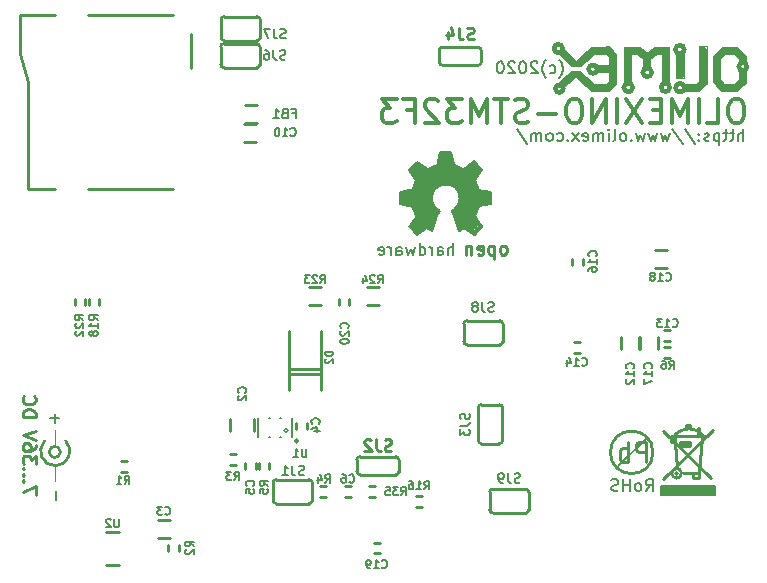
<source format=gbr>
G04 #@! TF.GenerationSoftware,KiCad,Pcbnew,5.1.5+dfsg1-2build2*
G04 #@! TF.CreationDate,2020-06-04T11:32:48+03:00*
G04 #@! TF.ProjectId,OLIMEXINO-STM32F3_RevB,4f4c494d-4558-4494-9e4f-2d53544d3332,rev?*
G04 #@! TF.SameCoordinates,Original*
G04 #@! TF.FileFunction,Legend,Bot*
G04 #@! TF.FilePolarity,Positive*
%FSLAX46Y46*%
G04 Gerber Fmt 4.6, Leading zero omitted, Abs format (unit mm)*
G04 Created by KiCad (PCBNEW 5.1.5+dfsg1-2build2) date 2020-06-04 11:32:48*
%MOMM*%
%LPD*%
G04 APERTURE LIST*
%ADD10C,0.275000*%
%ADD11C,0.150000*%
%ADD12C,0.120000*%
%ADD13C,0.250000*%
%ADD14C,0.350000*%
%ADD15C,0.254000*%
%ADD16C,0.200000*%
%ADD17C,0.127000*%
%ADD18C,1.000000*%
%ADD19C,0.370000*%
%ADD20C,0.380000*%
%ADD21C,0.400000*%
%ADD22C,0.420000*%
%ADD23C,0.100000*%
%ADD24C,0.700000*%
%ADD25C,0.500000*%
%ADD26C,0.203200*%
%ADD27C,0.180000*%
%ADD28C,0.158750*%
G04 APERTURE END LIST*
D10*
X62502380Y-91370476D02*
X62502380Y-90637142D01*
X61402380Y-91108571D01*
X61507142Y-90218095D02*
X61454761Y-90165714D01*
X61402380Y-90218095D01*
X61454761Y-90270476D01*
X61507142Y-90218095D01*
X61402380Y-90218095D01*
X61507142Y-89694285D02*
X61454761Y-89641904D01*
X61402380Y-89694285D01*
X61454761Y-89746666D01*
X61507142Y-89694285D01*
X61402380Y-89694285D01*
X61507142Y-89170476D02*
X61454761Y-89118095D01*
X61402380Y-89170476D01*
X61454761Y-89222857D01*
X61507142Y-89170476D01*
X61402380Y-89170476D01*
X62502380Y-88751428D02*
X62502380Y-88070476D01*
X62083333Y-88437142D01*
X62083333Y-88280000D01*
X62030952Y-88175238D01*
X61978571Y-88122857D01*
X61873809Y-88070476D01*
X61611904Y-88070476D01*
X61507142Y-88122857D01*
X61454761Y-88175238D01*
X61402380Y-88280000D01*
X61402380Y-88594285D01*
X61454761Y-88699047D01*
X61507142Y-88751428D01*
X62502380Y-87127619D02*
X62502380Y-87337142D01*
X62450000Y-87441904D01*
X62397619Y-87494285D01*
X62240476Y-87599047D01*
X62030952Y-87651428D01*
X61611904Y-87651428D01*
X61507142Y-87599047D01*
X61454761Y-87546666D01*
X61402380Y-87441904D01*
X61402380Y-87232380D01*
X61454761Y-87127619D01*
X61507142Y-87075238D01*
X61611904Y-87022857D01*
X61873809Y-87022857D01*
X61978571Y-87075238D01*
X62030952Y-87127619D01*
X62083333Y-87232380D01*
X62083333Y-87441904D01*
X62030952Y-87546666D01*
X61978571Y-87599047D01*
X61873809Y-87651428D01*
X62502380Y-86708571D02*
X61402380Y-86341904D01*
X62502380Y-85975238D01*
X61402380Y-84770476D02*
X62502380Y-84770476D01*
X62502380Y-84508571D01*
X62450000Y-84351428D01*
X62345238Y-84246666D01*
X62240476Y-84194285D01*
X62030952Y-84141904D01*
X61873809Y-84141904D01*
X61664285Y-84194285D01*
X61559523Y-84246666D01*
X61454761Y-84351428D01*
X61402380Y-84508571D01*
X61402380Y-84770476D01*
X61507142Y-83041904D02*
X61454761Y-83094285D01*
X61402380Y-83251428D01*
X61402380Y-83356190D01*
X61454761Y-83513333D01*
X61559523Y-83618095D01*
X61664285Y-83670476D01*
X61873809Y-83722857D01*
X62030952Y-83722857D01*
X62240476Y-83670476D01*
X62345238Y-83618095D01*
X62450000Y-83513333D01*
X62502380Y-83356190D01*
X62502380Y-83251428D01*
X62450000Y-83094285D01*
X62397619Y-83041904D01*
D11*
X64513118Y-84911428D02*
X63751213Y-84911428D01*
X64132166Y-85292380D02*
X64132166Y-84530476D01*
X64203594Y-91029047D02*
X64203594Y-91790952D01*
D12*
X64152166Y-88940000D02*
X64152166Y-90200000D01*
X64132166Y-87290000D02*
X64132166Y-85860000D01*
D13*
X64603865Y-87750000D02*
G75*
G03X64603865Y-87750000I-471699J0D01*
G01*
X65060209Y-86813123D02*
G75*
G02X63260000Y-86838543I-888043J-866877D01*
G01*
D11*
X122430000Y-61412380D02*
X122430000Y-60412380D01*
X122001428Y-61412380D02*
X122001428Y-60888571D01*
X122049047Y-60793333D01*
X122144285Y-60745714D01*
X122287142Y-60745714D01*
X122382380Y-60793333D01*
X122430000Y-60840952D01*
X121668095Y-60745714D02*
X121287142Y-60745714D01*
X121525238Y-60412380D02*
X121525238Y-61269523D01*
X121477619Y-61364761D01*
X121382380Y-61412380D01*
X121287142Y-61412380D01*
X121096666Y-60745714D02*
X120715714Y-60745714D01*
X120953809Y-60412380D02*
X120953809Y-61269523D01*
X120906190Y-61364761D01*
X120810952Y-61412380D01*
X120715714Y-61412380D01*
X120382380Y-60745714D02*
X120382380Y-61745714D01*
X120382380Y-60793333D02*
X120287142Y-60745714D01*
X120096666Y-60745714D01*
X120001428Y-60793333D01*
X119953809Y-60840952D01*
X119906190Y-60936190D01*
X119906190Y-61221904D01*
X119953809Y-61317142D01*
X120001428Y-61364761D01*
X120096666Y-61412380D01*
X120287142Y-61412380D01*
X120382380Y-61364761D01*
X119525238Y-61364761D02*
X119430000Y-61412380D01*
X119239523Y-61412380D01*
X119144285Y-61364761D01*
X119096666Y-61269523D01*
X119096666Y-61221904D01*
X119144285Y-61126666D01*
X119239523Y-61079047D01*
X119382380Y-61079047D01*
X119477619Y-61031428D01*
X119525238Y-60936190D01*
X119525238Y-60888571D01*
X119477619Y-60793333D01*
X119382380Y-60745714D01*
X119239523Y-60745714D01*
X119144285Y-60793333D01*
X118668095Y-61317142D02*
X118620476Y-61364761D01*
X118668095Y-61412380D01*
X118715714Y-61364761D01*
X118668095Y-61317142D01*
X118668095Y-61412380D01*
X118668095Y-60793333D02*
X118620476Y-60840952D01*
X118668095Y-60888571D01*
X118715714Y-60840952D01*
X118668095Y-60793333D01*
X118668095Y-60888571D01*
X117477619Y-60364761D02*
X118334761Y-61650476D01*
X116430000Y-60364761D02*
X117287142Y-61650476D01*
X116191904Y-60745714D02*
X116001428Y-61412380D01*
X115810952Y-60936190D01*
X115620476Y-61412380D01*
X115430000Y-60745714D01*
X115144285Y-60745714D02*
X114953809Y-61412380D01*
X114763333Y-60936190D01*
X114572857Y-61412380D01*
X114382380Y-60745714D01*
X114096666Y-60745714D02*
X113906190Y-61412380D01*
X113715714Y-60936190D01*
X113525238Y-61412380D01*
X113334761Y-60745714D01*
X112953809Y-61317142D02*
X112906190Y-61364761D01*
X112953809Y-61412380D01*
X113001428Y-61364761D01*
X112953809Y-61317142D01*
X112953809Y-61412380D01*
X112334761Y-61412380D02*
X112430000Y-61364761D01*
X112477619Y-61317142D01*
X112525238Y-61221904D01*
X112525238Y-60936190D01*
X112477619Y-60840952D01*
X112430000Y-60793333D01*
X112334761Y-60745714D01*
X112191904Y-60745714D01*
X112096666Y-60793333D01*
X112049047Y-60840952D01*
X112001428Y-60936190D01*
X112001428Y-61221904D01*
X112049047Y-61317142D01*
X112096666Y-61364761D01*
X112191904Y-61412380D01*
X112334761Y-61412380D01*
X111430000Y-61412380D02*
X111525238Y-61364761D01*
X111572857Y-61269523D01*
X111572857Y-60412380D01*
X111049047Y-61412380D02*
X111049047Y-60745714D01*
X111049047Y-60412380D02*
X111096666Y-60460000D01*
X111049047Y-60507619D01*
X111001428Y-60460000D01*
X111049047Y-60412380D01*
X111049047Y-60507619D01*
X110572857Y-61412380D02*
X110572857Y-60745714D01*
X110572857Y-60840952D02*
X110525238Y-60793333D01*
X110430000Y-60745714D01*
X110287142Y-60745714D01*
X110191904Y-60793333D01*
X110144285Y-60888571D01*
X110144285Y-61412380D01*
X110144285Y-60888571D02*
X110096666Y-60793333D01*
X110001428Y-60745714D01*
X109858571Y-60745714D01*
X109763333Y-60793333D01*
X109715714Y-60888571D01*
X109715714Y-61412380D01*
X108858571Y-61364761D02*
X108953809Y-61412380D01*
X109144285Y-61412380D01*
X109239523Y-61364761D01*
X109287142Y-61269523D01*
X109287142Y-60888571D01*
X109239523Y-60793333D01*
X109144285Y-60745714D01*
X108953809Y-60745714D01*
X108858571Y-60793333D01*
X108810952Y-60888571D01*
X108810952Y-60983809D01*
X109287142Y-61079047D01*
X108477619Y-61412380D02*
X107953809Y-60745714D01*
X108477619Y-60745714D02*
X107953809Y-61412380D01*
X107572857Y-61317142D02*
X107525238Y-61364761D01*
X107572857Y-61412380D01*
X107620476Y-61364761D01*
X107572857Y-61317142D01*
X107572857Y-61412380D01*
X106668095Y-61364761D02*
X106763333Y-61412380D01*
X106953809Y-61412380D01*
X107049047Y-61364761D01*
X107096666Y-61317142D01*
X107144285Y-61221904D01*
X107144285Y-60936190D01*
X107096666Y-60840952D01*
X107049047Y-60793333D01*
X106953809Y-60745714D01*
X106763333Y-60745714D01*
X106668095Y-60793333D01*
X106096666Y-61412380D02*
X106191904Y-61364761D01*
X106239523Y-61317142D01*
X106287142Y-61221904D01*
X106287142Y-60936190D01*
X106239523Y-60840952D01*
X106191904Y-60793333D01*
X106096666Y-60745714D01*
X105953809Y-60745714D01*
X105858571Y-60793333D01*
X105810952Y-60840952D01*
X105763333Y-60936190D01*
X105763333Y-61221904D01*
X105810952Y-61317142D01*
X105858571Y-61364761D01*
X105953809Y-61412380D01*
X106096666Y-61412380D01*
X105334761Y-61412380D02*
X105334761Y-60745714D01*
X105334761Y-60840952D02*
X105287142Y-60793333D01*
X105191904Y-60745714D01*
X105049047Y-60745714D01*
X104953809Y-60793333D01*
X104906190Y-60888571D01*
X104906190Y-61412380D01*
X104906190Y-60888571D02*
X104858571Y-60793333D01*
X104763333Y-60745714D01*
X104620476Y-60745714D01*
X104525238Y-60793333D01*
X104477619Y-60888571D01*
X104477619Y-61412380D01*
X103287142Y-60364761D02*
X104144285Y-61650476D01*
X114172857Y-91052380D02*
X114506190Y-90576190D01*
X114744285Y-91052380D02*
X114744285Y-90052380D01*
X114363333Y-90052380D01*
X114268095Y-90100000D01*
X114220476Y-90147619D01*
X114172857Y-90242857D01*
X114172857Y-90385714D01*
X114220476Y-90480952D01*
X114268095Y-90528571D01*
X114363333Y-90576190D01*
X114744285Y-90576190D01*
X113601428Y-91052380D02*
X113696666Y-91004761D01*
X113744285Y-90957142D01*
X113791904Y-90861904D01*
X113791904Y-90576190D01*
X113744285Y-90480952D01*
X113696666Y-90433333D01*
X113601428Y-90385714D01*
X113458571Y-90385714D01*
X113363333Y-90433333D01*
X113315714Y-90480952D01*
X113268095Y-90576190D01*
X113268095Y-90861904D01*
X113315714Y-90957142D01*
X113363333Y-91004761D01*
X113458571Y-91052380D01*
X113601428Y-91052380D01*
X112839523Y-91052380D02*
X112839523Y-90052380D01*
X112839523Y-90528571D02*
X112268095Y-90528571D01*
X112268095Y-91052380D02*
X112268095Y-90052380D01*
X111839523Y-91004761D02*
X111696666Y-91052380D01*
X111458571Y-91052380D01*
X111363333Y-91004761D01*
X111315714Y-90957142D01*
X111268095Y-90861904D01*
X111268095Y-90766666D01*
X111315714Y-90671428D01*
X111363333Y-90623809D01*
X111458571Y-90576190D01*
X111649047Y-90528571D01*
X111744285Y-90480952D01*
X111791904Y-90433333D01*
X111839523Y-90338095D01*
X111839523Y-90242857D01*
X111791904Y-90147619D01*
X111744285Y-90100000D01*
X111649047Y-90052380D01*
X111410952Y-90052380D01*
X111268095Y-90100000D01*
D14*
X122027142Y-57884761D02*
X121646190Y-57884761D01*
X121455714Y-57980000D01*
X121265238Y-58170476D01*
X121170000Y-58551428D01*
X121170000Y-59218095D01*
X121265238Y-59599047D01*
X121455714Y-59789523D01*
X121646190Y-59884761D01*
X122027142Y-59884761D01*
X122217619Y-59789523D01*
X122408095Y-59599047D01*
X122503333Y-59218095D01*
X122503333Y-58551428D01*
X122408095Y-58170476D01*
X122217619Y-57980000D01*
X122027142Y-57884761D01*
X119360476Y-59884761D02*
X120312857Y-59884761D01*
X120312857Y-57884761D01*
X118693809Y-59884761D02*
X118693809Y-57884761D01*
X117741428Y-59884761D02*
X117741428Y-57884761D01*
X117074761Y-59313333D01*
X116408095Y-57884761D01*
X116408095Y-59884761D01*
X115455714Y-58837142D02*
X114789047Y-58837142D01*
X114503333Y-59884761D02*
X115455714Y-59884761D01*
X115455714Y-57884761D01*
X114503333Y-57884761D01*
X113836666Y-57884761D02*
X112503333Y-59884761D01*
X112503333Y-57884761D02*
X113836666Y-59884761D01*
X111741428Y-59884761D02*
X111741428Y-57884761D01*
X110789047Y-59884761D02*
X110789047Y-57884761D01*
X109646190Y-59884761D01*
X109646190Y-57884761D01*
X108312857Y-57884761D02*
X107931904Y-57884761D01*
X107741428Y-57980000D01*
X107550952Y-58170476D01*
X107455714Y-58551428D01*
X107455714Y-59218095D01*
X107550952Y-59599047D01*
X107741428Y-59789523D01*
X107931904Y-59884761D01*
X108312857Y-59884761D01*
X108503333Y-59789523D01*
X108693809Y-59599047D01*
X108789047Y-59218095D01*
X108789047Y-58551428D01*
X108693809Y-58170476D01*
X108503333Y-57980000D01*
X108312857Y-57884761D01*
X106598571Y-59122857D02*
X105074761Y-59122857D01*
X104217619Y-59789523D02*
X103931904Y-59884761D01*
X103455714Y-59884761D01*
X103265238Y-59789523D01*
X103170000Y-59694285D01*
X103074761Y-59503809D01*
X103074761Y-59313333D01*
X103170000Y-59122857D01*
X103265238Y-59027619D01*
X103455714Y-58932380D01*
X103836666Y-58837142D01*
X104027142Y-58741904D01*
X104122380Y-58646666D01*
X104217619Y-58456190D01*
X104217619Y-58265714D01*
X104122380Y-58075238D01*
X104027142Y-57980000D01*
X103836666Y-57884761D01*
X103360476Y-57884761D01*
X103074761Y-57980000D01*
X102503333Y-57884761D02*
X101360476Y-57884761D01*
X101931904Y-59884761D02*
X101931904Y-57884761D01*
X100693809Y-59884761D02*
X100693809Y-57884761D01*
X100027142Y-59313333D01*
X99360476Y-57884761D01*
X99360476Y-59884761D01*
X98598571Y-57884761D02*
X97360476Y-57884761D01*
X98027142Y-58646666D01*
X97741428Y-58646666D01*
X97550952Y-58741904D01*
X97455714Y-58837142D01*
X97360476Y-59027619D01*
X97360476Y-59503809D01*
X97455714Y-59694285D01*
X97550952Y-59789523D01*
X97741428Y-59884761D01*
X98312857Y-59884761D01*
X98503333Y-59789523D01*
X98598571Y-59694285D01*
X96598571Y-58075238D02*
X96503333Y-57980000D01*
X96312857Y-57884761D01*
X95836666Y-57884761D01*
X95646190Y-57980000D01*
X95550952Y-58075238D01*
X95455714Y-58265714D01*
X95455714Y-58456190D01*
X95550952Y-58741904D01*
X96693809Y-59884761D01*
X95455714Y-59884761D01*
X93931904Y-58837142D02*
X94598571Y-58837142D01*
X94598571Y-59884761D02*
X94598571Y-57884761D01*
X93646190Y-57884761D01*
X93074761Y-57884761D02*
X91836666Y-57884761D01*
X92503333Y-58646666D01*
X92217619Y-58646666D01*
X92027142Y-58741904D01*
X91931904Y-58837142D01*
X91836666Y-59027619D01*
X91836666Y-59503809D01*
X91931904Y-59694285D01*
X92027142Y-59789523D01*
X92217619Y-59884761D01*
X92789047Y-59884761D01*
X92979523Y-59789523D01*
X93074761Y-59694285D01*
D11*
X106846190Y-56063333D02*
X106893809Y-56015714D01*
X106989047Y-55872857D01*
X107036666Y-55777619D01*
X107084285Y-55634761D01*
X107131904Y-55396666D01*
X107131904Y-55206190D01*
X107084285Y-54968095D01*
X107036666Y-54825238D01*
X106989047Y-54730000D01*
X106893809Y-54587142D01*
X106846190Y-54539523D01*
X106036666Y-55634761D02*
X106131904Y-55682380D01*
X106322380Y-55682380D01*
X106417619Y-55634761D01*
X106465238Y-55587142D01*
X106512857Y-55491904D01*
X106512857Y-55206190D01*
X106465238Y-55110952D01*
X106417619Y-55063333D01*
X106322380Y-55015714D01*
X106131904Y-55015714D01*
X106036666Y-55063333D01*
X105703333Y-56063333D02*
X105655714Y-56015714D01*
X105560476Y-55872857D01*
X105512857Y-55777619D01*
X105465238Y-55634761D01*
X105417619Y-55396666D01*
X105417619Y-55206190D01*
X105465238Y-54968095D01*
X105512857Y-54825238D01*
X105560476Y-54730000D01*
X105655714Y-54587142D01*
X105703333Y-54539523D01*
X104989047Y-54777619D02*
X104941428Y-54730000D01*
X104846190Y-54682380D01*
X104608095Y-54682380D01*
X104512857Y-54730000D01*
X104465238Y-54777619D01*
X104417619Y-54872857D01*
X104417619Y-54968095D01*
X104465238Y-55110952D01*
X105036666Y-55682380D01*
X104417619Y-55682380D01*
X103798571Y-54682380D02*
X103703333Y-54682380D01*
X103608095Y-54730000D01*
X103560476Y-54777619D01*
X103512857Y-54872857D01*
X103465238Y-55063333D01*
X103465238Y-55301428D01*
X103512857Y-55491904D01*
X103560476Y-55587142D01*
X103608095Y-55634761D01*
X103703333Y-55682380D01*
X103798571Y-55682380D01*
X103893809Y-55634761D01*
X103941428Y-55587142D01*
X103989047Y-55491904D01*
X104036666Y-55301428D01*
X104036666Y-55063333D01*
X103989047Y-54872857D01*
X103941428Y-54777619D01*
X103893809Y-54730000D01*
X103798571Y-54682380D01*
X103084285Y-54777619D02*
X103036666Y-54730000D01*
X102941428Y-54682380D01*
X102703333Y-54682380D01*
X102608095Y-54730000D01*
X102560476Y-54777619D01*
X102512857Y-54872857D01*
X102512857Y-54968095D01*
X102560476Y-55110952D01*
X103131904Y-55682380D01*
X102512857Y-55682380D01*
X101893809Y-54682380D02*
X101798571Y-54682380D01*
X101703333Y-54730000D01*
X101655714Y-54777619D01*
X101608095Y-54872857D01*
X101560476Y-55063333D01*
X101560476Y-55301428D01*
X101608095Y-55491904D01*
X101655714Y-55587142D01*
X101703333Y-55634761D01*
X101798571Y-55682380D01*
X101893809Y-55682380D01*
X101989047Y-55634761D01*
X102036666Y-55587142D01*
X102084285Y-55491904D01*
X102131904Y-55301428D01*
X102131904Y-55063333D01*
X102084285Y-54872857D01*
X102036666Y-54777619D01*
X101989047Y-54730000D01*
X101893809Y-54682380D01*
D15*
X74167020Y-65448220D02*
X66971200Y-65448220D01*
X75668160Y-55250120D02*
X75668160Y-52351980D01*
X74167020Y-50751780D02*
X66971200Y-50751780D01*
X61169840Y-50751780D02*
X61169840Y-54051240D01*
X61870880Y-56451540D02*
X61870880Y-65448220D01*
X64169580Y-50751780D02*
X61169840Y-50751780D01*
X64169580Y-65448220D02*
X61870880Y-65448220D01*
X61169840Y-54051240D02*
X61870880Y-56451540D01*
D16*
X111816020Y-88948280D02*
X114249340Y-86527660D01*
D15*
X114779037Y-87784960D02*
G75*
G03X114779037Y-87784960I-1802237J0D01*
G01*
D17*
X116915000Y-89565000D02*
G75*
G03X116915000Y-89565000I-127000J0D01*
G01*
D15*
X116661000Y-86263000D02*
G75*
G02X118947000Y-86263000I1143000J-1143000D01*
G01*
X117931000Y-85501000D02*
X117931000Y-85628000D01*
X117931000Y-85628000D02*
X117550000Y-85628000D01*
X117550000Y-85628000D02*
X117550000Y-85501000D01*
X117550000Y-85501000D02*
X117931000Y-85501000D01*
X117804000Y-87025000D02*
X117169000Y-87025000D01*
X117931000Y-86898000D02*
X117042000Y-86898000D01*
X117042000Y-86898000D02*
X117042000Y-87279000D01*
X117042000Y-87279000D02*
X117931000Y-87279000D01*
X117931000Y-87279000D02*
X117931000Y-86898000D01*
X116534000Y-86898000D02*
X116534000Y-86517000D01*
X116534000Y-86517000D02*
X116407000Y-86517000D01*
X116407000Y-86517000D02*
X116407000Y-86898000D01*
X116534000Y-86517000D02*
X116534000Y-86644000D01*
X116534000Y-86390000D02*
X116407000Y-86771000D01*
X116534000Y-86517000D02*
X116534000Y-86644000D01*
X116661000Y-86390000D02*
X116661000Y-86898000D01*
X116661000Y-86898000D02*
X116280000Y-86898000D01*
X116280000Y-86898000D02*
X116280000Y-86390000D01*
X118693000Y-86263000D02*
X118693000Y-85755000D01*
X118693000Y-85755000D02*
X118566000Y-85755000D01*
X118566000Y-85755000D02*
X118566000Y-86263000D01*
X117189609Y-89565000D02*
G75*
G03X117189609Y-89565000I-401609J0D01*
G01*
X116788000Y-89057000D02*
X116661000Y-87025000D01*
X118693000Y-89565000D02*
X118693000Y-89946000D01*
X118693000Y-89946000D02*
X118185000Y-89946000D01*
X118185000Y-89946000D02*
X118185000Y-89692000D01*
X119201000Y-86390000D02*
X116280000Y-86390000D01*
X118693000Y-89565000D02*
X118947000Y-86517000D01*
X118693000Y-89565000D02*
X117296000Y-89565000D01*
X119709000Y-89946000D02*
X115645000Y-86009000D01*
X119836000Y-85882000D02*
X115645000Y-90073000D01*
D11*
X119991200Y-91318400D02*
X115571600Y-91318400D01*
X115571600Y-91216800D02*
X119940400Y-91216800D01*
X119991200Y-91013600D02*
X115520800Y-91013600D01*
X119991200Y-90861200D02*
X115571600Y-90861200D01*
X115520800Y-91115200D02*
X119940400Y-91115200D01*
X115520800Y-90962800D02*
X119940400Y-90962800D01*
X119991200Y-90810400D02*
X115520800Y-90810400D01*
X115520800Y-90708800D02*
X119940400Y-90708800D01*
X115470000Y-91420000D02*
X120042000Y-91420000D01*
X120042000Y-91420000D02*
X120042000Y-90658000D01*
X120042000Y-90658000D02*
X115470000Y-90658000D01*
X115470000Y-90658000D02*
X115470000Y-91420000D01*
D18*
X96076680Y-67426800D02*
X95743940Y-68158320D01*
X96076680Y-67518240D02*
X94895580Y-68531700D01*
X95962380Y-67381080D02*
X95345160Y-67708740D01*
X95642340Y-66961980D02*
X95032740Y-67068660D01*
X94806680Y-65803740D02*
X95528040Y-65951060D01*
X95047980Y-65110320D02*
X95703300Y-65476080D01*
X95916660Y-64241640D02*
X96335760Y-64828380D01*
X96503400Y-63990180D02*
X96724380Y-64675980D01*
X97768320Y-63974940D02*
X97600680Y-64584540D01*
X98202660Y-64234020D02*
X98027400Y-64592160D01*
X99200880Y-65011260D02*
X98743680Y-65300820D01*
X99376140Y-65491320D02*
X98934180Y-65651340D01*
X99701260Y-66735920D02*
X98995140Y-66608920D01*
X99452340Y-67381080D02*
X98888460Y-66901020D01*
X98786860Y-68280240D02*
X98421100Y-67518240D01*
X93996420Y-66227920D02*
X95464540Y-66314280D01*
X94987020Y-64043520D02*
X96099540Y-65110320D01*
X97252700Y-62986880D02*
X97247620Y-64500720D01*
X99513300Y-63962240D02*
X98451580Y-65069680D01*
X100498820Y-66248240D02*
X99081500Y-66187280D01*
X99462500Y-68452960D02*
X98609060Y-67431880D01*
D11*
X98446500Y-67022940D02*
X98139160Y-67289640D01*
X98776700Y-64109560D02*
X97793720Y-63616800D01*
X96597380Y-67614760D02*
X96719300Y-67330280D01*
X96460220Y-67160100D02*
X96714220Y-67325200D01*
X97961360Y-67157560D02*
X97735300Y-67332820D01*
X98329660Y-67043260D02*
X98070580Y-67381080D01*
X98553180Y-66822280D02*
X98459200Y-66992460D01*
X98553180Y-66822280D02*
X98459200Y-66992460D01*
X98690340Y-65968840D02*
X98558260Y-66791800D01*
X98266160Y-65232240D02*
X98685260Y-65963760D01*
X97394940Y-64802980D02*
X98266160Y-65232240D01*
X96579600Y-64970620D02*
X97394940Y-64810600D01*
X96069060Y-65399880D02*
X96579600Y-64970620D01*
X95835380Y-66072980D02*
X96069060Y-65399880D01*
X95840460Y-66578440D02*
X95840460Y-66060280D01*
X96216380Y-67289640D02*
X95840460Y-66578440D01*
X96394180Y-67411560D02*
X96216380Y-67289640D01*
X99665700Y-63390740D02*
X98781780Y-64112100D01*
X99421860Y-64744560D02*
X100023840Y-63835240D01*
X99426940Y-64739480D02*
X99813020Y-65737700D01*
X100956020Y-66006940D02*
X99840960Y-65760560D01*
X100813780Y-65951060D02*
X100813780Y-66601300D01*
X96437360Y-67353140D02*
X95909040Y-68734900D01*
X96046200Y-69032080D02*
X96432280Y-68051640D01*
X95517880Y-68704420D02*
X96046200Y-69032080D01*
X94834620Y-69037160D02*
X95655040Y-68508840D01*
X95698220Y-68732360D02*
X94821920Y-69352120D01*
X94811760Y-69347040D02*
X94128500Y-68656160D01*
X94415520Y-68572340D02*
X94900660Y-69103200D01*
X94382500Y-66936580D02*
X94763500Y-67917020D01*
X94486640Y-66969600D02*
X93363960Y-66758780D01*
X93348720Y-65780880D02*
X93351260Y-66738460D01*
X93432540Y-66522560D02*
X94539980Y-66746080D01*
X94735560Y-64752180D02*
X94369800Y-65620860D01*
X94120880Y-63870800D02*
X94824460Y-64861400D01*
X94819380Y-63172300D02*
X94125960Y-63863180D01*
X95835380Y-63847940D02*
X94824460Y-63174840D01*
X96521180Y-63461860D02*
X95716000Y-63799680D01*
X96737080Y-62372200D02*
X96511020Y-63543140D01*
X97702280Y-62372200D02*
X96737080Y-62372200D01*
X97712440Y-62379820D02*
X97913100Y-63405980D01*
X98700500Y-63774280D02*
X97796260Y-63395820D01*
X99635220Y-63126580D02*
X98664940Y-63842860D01*
X100321020Y-63842860D02*
X99647920Y-63129120D01*
X100300700Y-63878420D02*
X99706340Y-64731860D01*
X100039080Y-65562440D02*
X99703800Y-64729320D01*
X101108420Y-65760560D02*
X99937480Y-65557360D01*
X101105880Y-65763100D02*
X101105880Y-66748620D01*
X101105880Y-66756240D02*
X100034000Y-66951820D01*
X100343880Y-68663780D02*
X99746980Y-67800180D01*
X99614900Y-69359740D02*
X100336260Y-68666320D01*
X98781780Y-68788240D02*
X99607280Y-69352120D01*
X98769080Y-68798400D02*
X98423640Y-69019380D01*
X98385540Y-69001600D02*
X97735300Y-67332820D01*
D19*
X94819380Y-69192100D02*
X94265660Y-68646000D01*
X94885420Y-67751920D02*
X94265660Y-68638380D01*
X98141700Y-65354160D02*
G75*
G02X98065500Y-67208360I-965200J-889000D01*
G01*
X96190980Y-65526880D02*
G75*
G02X98116300Y-65328760I1061720J-863600D01*
G01*
X96571980Y-67376000D02*
G75*
G02X96201140Y-65511640I746760J1117600D01*
G01*
X96008100Y-68818720D02*
X96582140Y-67378540D01*
X95670280Y-68633300D02*
X96008100Y-68818720D01*
X94834620Y-69199720D02*
X95670280Y-68633300D01*
X94479020Y-66840060D02*
X94885420Y-67751920D01*
X93465560Y-66669880D02*
X94479020Y-66840060D01*
X93465560Y-65834220D02*
X93465560Y-66669880D01*
X94547600Y-65605620D02*
X93465560Y-65834220D01*
X94887960Y-64668360D02*
X94547600Y-65605620D01*
X94270740Y-63878420D02*
X94887960Y-64668360D01*
X94824460Y-63329780D02*
X94270740Y-63875880D01*
X95728700Y-63962240D02*
X94824460Y-63327800D01*
X96643100Y-63517740D02*
X95741400Y-63967320D01*
X96856460Y-62499200D02*
X96643100Y-63517740D01*
X97623540Y-62478880D02*
X96838680Y-62478880D01*
X97615920Y-62491580D02*
X97821660Y-63505040D01*
X98720820Y-63931760D02*
X97875000Y-63525360D01*
X99609820Y-63289140D02*
X98781780Y-63941920D01*
D20*
X100158460Y-63847940D02*
X99658080Y-63314540D01*
D19*
X100148300Y-63870800D02*
X99592040Y-64721700D01*
X99919700Y-65638640D02*
X99571720Y-64772500D01*
X100968720Y-65854540D02*
X99950180Y-65674200D01*
D20*
X100956020Y-65867240D02*
X100961100Y-66654640D01*
D19*
X100966180Y-66644480D02*
X100016220Y-66862920D01*
X99988280Y-66885780D02*
X99630140Y-67769700D01*
X100163540Y-68646000D02*
X99630140Y-67812880D01*
D20*
X100178780Y-68646000D02*
X99614900Y-69184480D01*
D21*
X99602200Y-69184480D02*
X98822420Y-68653620D01*
D19*
X98812260Y-68635840D02*
X98494760Y-68841580D01*
D22*
X98466820Y-68821260D02*
X97915640Y-67398860D01*
D23*
X110983700Y-53431200D02*
X109612100Y-53431200D01*
X109612100Y-53431200D02*
X109561300Y-53431200D01*
X109561300Y-53431200D02*
X108304000Y-54675800D01*
X112507700Y-53545500D02*
X112406100Y-53545500D01*
X112355300Y-53482000D02*
X112355300Y-53469300D01*
X112355300Y-53469300D02*
X113650700Y-53469300D01*
X113650700Y-53469300D02*
X113676100Y-53469300D01*
X113676100Y-53469300D02*
X114298400Y-53964600D01*
X112355300Y-56491900D02*
X112355300Y-53482000D01*
X116012900Y-53532800D02*
X116089100Y-53532800D01*
X116165300Y-53469300D02*
X114920700Y-53469300D01*
X114920700Y-53469300D02*
X114336500Y-53951900D01*
X116165300Y-56466500D02*
X116165300Y-53482000D01*
X116901900Y-56060100D02*
X116813000Y-56060100D01*
X117244800Y-56060100D02*
X117308300Y-56060100D01*
X117384500Y-56123600D02*
X116774900Y-56123600D01*
X116774900Y-56123600D02*
X116749500Y-56123600D01*
X116749500Y-56123600D02*
X116749500Y-54104300D01*
X117384500Y-54104300D02*
X117384500Y-56123600D01*
X118883100Y-53494700D02*
X118768800Y-53494700D01*
X119010100Y-53418500D02*
X118705300Y-53418500D01*
X118705300Y-53418500D02*
X118705300Y-56453800D01*
X119187900Y-53507400D02*
X119251400Y-53494700D01*
X119302200Y-53418500D02*
X119314900Y-53418500D01*
X119314900Y-53418500D02*
X119327600Y-53418500D01*
X119327600Y-53418500D02*
X119327600Y-56568100D01*
X119022800Y-53418500D02*
X119302200Y-53418500D01*
D24*
X119022800Y-56491900D02*
X119022800Y-53761400D01*
X112685500Y-53774100D02*
X112685500Y-56377600D01*
X120800800Y-53761400D02*
X121804100Y-53761400D01*
X120178500Y-54371000D02*
X120178500Y-56301400D01*
X122401000Y-54409100D02*
X122401000Y-54650400D01*
X122401000Y-56377600D02*
X121816800Y-56949100D01*
X122388300Y-56390300D02*
X122388300Y-55628300D01*
X121829500Y-56949100D02*
X120788100Y-56949100D01*
D21*
X110060659Y-55336200D02*
G75*
G03X110060659Y-55336200I-359659J0D01*
G01*
D24*
X110209000Y-55336200D02*
X111428200Y-55336200D01*
D21*
X107126735Y-53596300D02*
G75*
G03X107126735Y-53596300I-359435J0D01*
G01*
D24*
X107135600Y-53951900D02*
X107999200Y-54845600D01*
D25*
X108558000Y-54942500D02*
X107999200Y-54942500D01*
D24*
X109675600Y-53761400D02*
X108583400Y-54828200D01*
X110897500Y-53761400D02*
X109675600Y-53761400D01*
X111428200Y-54244000D02*
X110945600Y-53736000D01*
X111428200Y-54269400D02*
X111428200Y-56504600D01*
X111428200Y-56504600D02*
X110996400Y-56936400D01*
X110996400Y-56936400D02*
X109675600Y-56936400D01*
X109675600Y-56936400D02*
X108532600Y-55818800D01*
D25*
X108532600Y-55717200D02*
X107999200Y-55717200D01*
D24*
X107186400Y-56631600D02*
X108024600Y-55818800D01*
D21*
X107185666Y-56987200D02*
G75*
G03X107185666Y-56987200I-329466J0D01*
G01*
X113048729Y-56898300D02*
G75*
G03X113048729Y-56898300I-363229J0D01*
G01*
D24*
X113587200Y-53786800D02*
X112698200Y-53786800D01*
D21*
X114669318Y-55615600D02*
G75*
G03X114669318Y-55615600I-370918J0D01*
G01*
D24*
X114222200Y-54294800D02*
X113587200Y-53786800D01*
X114298400Y-55082200D02*
X114298400Y-54371000D01*
X115009600Y-53786800D02*
X114400000Y-54294800D01*
X115847800Y-53786800D02*
X115009600Y-53786800D01*
X115847800Y-56377600D02*
X115847800Y-53786800D01*
D21*
X116194759Y-56885600D02*
G75*
G03X116194759Y-56885600I-359659J0D01*
G01*
X117427818Y-53685200D02*
G75*
G03X117427818Y-53685200I-373518J0D01*
G01*
D24*
X117067000Y-54218600D02*
X117067000Y-55818800D01*
D21*
X117433324Y-56911000D02*
G75*
G03X117433324Y-56911000I-366324J0D01*
G01*
D24*
X117579800Y-56936400D02*
X118565600Y-56936400D01*
X118565600Y-56936400D02*
X119022800Y-56479200D01*
X120191200Y-56339500D02*
X120750000Y-56923700D01*
X120800800Y-53774100D02*
X120165800Y-54383700D01*
X122401000Y-54358300D02*
X121893000Y-53850300D01*
D21*
X122725747Y-55133000D02*
G75*
G03X122725747Y-55133000I-337447J0D01*
G01*
D15*
X93014000Y-88148000D02*
G75*
G02X93268000Y-88402000I0J-254000D01*
G01*
X89712000Y-88402000D02*
G75*
G02X89966000Y-88148000I254000J0D01*
G01*
X89966000Y-89672000D02*
G75*
G02X89712000Y-89418000I0J254000D01*
G01*
X93268000Y-89418000D02*
G75*
G02X93014000Y-89672000I-254000J0D01*
G01*
X89966000Y-89672000D02*
X93014000Y-89672000D01*
X89712000Y-88402000D02*
X89712000Y-89418000D01*
X93268000Y-88402000D02*
X93268000Y-89418000D01*
X93014000Y-88148000D02*
X89966000Y-88148000D01*
X96936000Y-55012000D02*
G75*
G02X96682000Y-54758000I0J254000D01*
G01*
X100238000Y-54758000D02*
G75*
G02X99984000Y-55012000I-254000J0D01*
G01*
X99984000Y-53488000D02*
G75*
G02X100238000Y-53742000I0J-254000D01*
G01*
X96682000Y-53742000D02*
G75*
G02X96936000Y-53488000I254000J0D01*
G01*
X99984000Y-53488000D02*
X96936000Y-53488000D01*
X100238000Y-54758000D02*
X100238000Y-53742000D01*
X96682000Y-54758000D02*
X96682000Y-53742000D01*
X96936000Y-55012000D02*
X99984000Y-55012000D01*
X78463000Y-52916000D02*
X81257000Y-52916000D01*
X78209000Y-52662000D02*
X78209000Y-51138000D01*
X81511000Y-52662000D02*
X81511000Y-51138000D01*
X81257000Y-50884000D02*
X78463000Y-50884000D01*
X78209000Y-51138000D02*
G75*
G02X78463000Y-50884000I254000J0D01*
G01*
X81257000Y-50884000D02*
G75*
G02X81511000Y-51138000I0J-254000D01*
G01*
X81511000Y-52662000D02*
G75*
G02X81257000Y-52916000I-254000J0D01*
G01*
X78463000Y-52916000D02*
G75*
G02X78209000Y-52662000I0J254000D01*
G01*
X104007000Y-90884000D02*
X101213000Y-90884000D01*
X104261000Y-91138000D02*
X104261000Y-92662000D01*
X100959000Y-91138000D02*
X100959000Y-92662000D01*
X101213000Y-92916000D02*
X104007000Y-92916000D01*
X104261000Y-92662000D02*
G75*
G02X104007000Y-92916000I-254000J0D01*
G01*
X101213000Y-92916000D02*
G75*
G02X100959000Y-92662000I0J254000D01*
G01*
X100959000Y-91138000D02*
G75*
G02X101213000Y-90884000I254000J0D01*
G01*
X104007000Y-90884000D02*
G75*
G02X104261000Y-91138000I0J-254000D01*
G01*
X78433000Y-55206000D02*
X81227000Y-55206000D01*
X78179000Y-54952000D02*
X78179000Y-53428000D01*
X81481000Y-54952000D02*
X81481000Y-53428000D01*
X81227000Y-53174000D02*
X78433000Y-53174000D01*
X78179000Y-53428000D02*
G75*
G02X78433000Y-53174000I254000J0D01*
G01*
X81227000Y-53174000D02*
G75*
G02X81481000Y-53428000I0J-254000D01*
G01*
X81481000Y-54952000D02*
G75*
G02X81227000Y-55206000I-254000J0D01*
G01*
X78433000Y-55206000D02*
G75*
G02X78179000Y-54952000I0J254000D01*
G01*
X69568800Y-94523000D02*
X68438500Y-94523000D01*
X69568800Y-97329700D02*
X68438500Y-97329700D01*
D11*
X83872613Y-85948920D02*
G75*
G03X83872613Y-85948920I-158053J0D01*
G01*
D26*
X82269300Y-84892280D02*
X82363280Y-84892280D01*
X83216720Y-84892280D02*
X83310700Y-84892280D01*
X82269300Y-86510260D02*
X82363280Y-86510260D01*
X83216720Y-86510260D02*
X83310700Y-86510260D01*
X84212400Y-86510260D02*
X84212400Y-84889740D01*
X81367600Y-84889740D02*
X81367600Y-86510260D01*
D11*
X84761613Y-86837920D02*
G75*
G03X84761613Y-86837920I-158053J0D01*
G01*
D15*
X99013000Y-78666000D02*
G75*
G02X98759000Y-78412000I0J254000D01*
G01*
X102061000Y-78412000D02*
G75*
G02X101807000Y-78666000I-254000J0D01*
G01*
X101807000Y-76634000D02*
G75*
G02X102061000Y-76888000I0J-254000D01*
G01*
X98759000Y-76888000D02*
G75*
G02X99013000Y-76634000I254000J0D01*
G01*
X101807000Y-76634000D02*
X99013000Y-76634000D01*
X102061000Y-78412000D02*
X102061000Y-76888000D01*
X98759000Y-78412000D02*
X98759000Y-76888000D01*
X99013000Y-78666000D02*
X101807000Y-78666000D01*
X102036000Y-86787000D02*
G75*
G02X101782000Y-87041000I-254000J0D01*
G01*
X101782000Y-83739000D02*
G75*
G02X102036000Y-83993000I0J-254000D01*
G01*
X100004000Y-83993000D02*
G75*
G02X100258000Y-83739000I254000J0D01*
G01*
X100258000Y-87041000D02*
G75*
G02X100004000Y-86787000I0J254000D01*
G01*
X100004000Y-83993000D02*
X100004000Y-86787000D01*
X101782000Y-83739000D02*
X100258000Y-83739000D01*
X101782000Y-87041000D02*
X100258000Y-87041000D01*
X102036000Y-86787000D02*
X102036000Y-83993000D01*
X85667000Y-90084000D02*
G75*
G02X85921000Y-90338000I0J-254000D01*
G01*
X82619000Y-90338000D02*
G75*
G02X82873000Y-90084000I254000J0D01*
G01*
X82873000Y-92116000D02*
G75*
G02X82619000Y-91862000I0J254000D01*
G01*
X85921000Y-91862000D02*
G75*
G02X85667000Y-92116000I-254000J0D01*
G01*
X82873000Y-92116000D02*
X85667000Y-92116000D01*
X82619000Y-90338000D02*
X82619000Y-91862000D01*
X85921000Y-90338000D02*
X85921000Y-91862000D01*
X85667000Y-90084000D02*
X82873000Y-90084000D01*
X91000000Y-90645500D02*
X90746000Y-90645500D01*
X91000000Y-90645500D02*
X91254000Y-90645500D01*
X91000000Y-91534500D02*
X91254000Y-91534500D01*
X91000000Y-91534500D02*
X90746000Y-91534500D01*
X90592000Y-75312000D02*
X91608000Y-75312000D01*
X90592000Y-73788000D02*
X91608000Y-73788000D01*
X85672000Y-75302000D02*
X86688000Y-75302000D01*
X85672000Y-73778000D02*
X86688000Y-73778000D01*
X65815500Y-75030000D02*
X65815500Y-75284000D01*
X65815500Y-75030000D02*
X65815500Y-74776000D01*
X66704500Y-75030000D02*
X66704500Y-74776000D01*
X66704500Y-75030000D02*
X66704500Y-75284000D01*
X66995500Y-75040000D02*
X66995500Y-75294000D01*
X66995500Y-75040000D02*
X66995500Y-74786000D01*
X67884500Y-75040000D02*
X67884500Y-74786000D01*
X67884500Y-75040000D02*
X67884500Y-75294000D01*
X94990000Y-92394500D02*
X95244000Y-92394500D01*
X94990000Y-92394500D02*
X94736000Y-92394500D01*
X94990000Y-91505500D02*
X94736000Y-91505500D01*
X94990000Y-91505500D02*
X95244000Y-91505500D01*
X115990000Y-78865500D02*
X115736000Y-78865500D01*
X115990000Y-78865500D02*
X116244000Y-78865500D01*
X115990000Y-79754500D02*
X116244000Y-79754500D01*
X115990000Y-79754500D02*
X115736000Y-79754500D01*
X82304500Y-88920000D02*
X82304500Y-88666000D01*
X82304500Y-88920000D02*
X82304500Y-89174000D01*
X81415500Y-88920000D02*
X81415500Y-89174000D01*
X81415500Y-88920000D02*
X81415500Y-88666000D01*
X86840000Y-90655500D02*
X86586000Y-90655500D01*
X86840000Y-90655500D02*
X87094000Y-90655500D01*
X86840000Y-91544500D02*
X87094000Y-91544500D01*
X86840000Y-91544500D02*
X86586000Y-91544500D01*
X79200000Y-87965500D02*
X78946000Y-87965500D01*
X79200000Y-87965500D02*
X79454000Y-87965500D01*
X79200000Y-88854500D02*
X79454000Y-88854500D01*
X79200000Y-88854500D02*
X78946000Y-88854500D01*
X73735500Y-95850000D02*
X73735500Y-96104000D01*
X73735500Y-95850000D02*
X73735500Y-95596000D01*
X74624500Y-95850000D02*
X74624500Y-95596000D01*
X74624500Y-95850000D02*
X74624500Y-96104000D01*
X69970000Y-88545500D02*
X69716000Y-88545500D01*
X69970000Y-88545500D02*
X70224000Y-88545500D01*
X69970000Y-89434500D02*
X70224000Y-89434500D01*
X69970000Y-89434500D02*
X69716000Y-89434500D01*
X80272000Y-59902000D02*
X81288000Y-59902000D01*
X80272000Y-58378000D02*
X81288000Y-58378000D01*
X86700000Y-80690000D02*
X84000000Y-80690000D01*
X86700000Y-77500000D02*
X86700000Y-82500000D01*
X86700000Y-81130000D02*
X84000000Y-81130000D01*
X84000000Y-82500000D02*
X84000000Y-77500000D01*
X88195500Y-75050000D02*
X88195500Y-75304000D01*
X88195500Y-75050000D02*
X88195500Y-74796000D01*
X89084500Y-75050000D02*
X89084500Y-74796000D01*
X89084500Y-75050000D02*
X89084500Y-75304000D01*
X91380000Y-95435500D02*
X91126000Y-95435500D01*
X91380000Y-95435500D02*
X91634000Y-95435500D01*
X91380000Y-96324500D02*
X91634000Y-96324500D01*
X91380000Y-96324500D02*
X91126000Y-96324500D01*
X114982000Y-72172000D02*
X115998000Y-72172000D01*
X114982000Y-70648000D02*
X115998000Y-70648000D01*
X113648000Y-78012000D02*
X113648000Y-79028000D01*
X115172000Y-78012000D02*
X115172000Y-79028000D01*
X107955500Y-71630000D02*
X107955500Y-71884000D01*
X107955500Y-71630000D02*
X107955500Y-71376000D01*
X108844500Y-71630000D02*
X108844500Y-71376000D01*
X108844500Y-71630000D02*
X108844500Y-71884000D01*
X108340000Y-79354500D02*
X108594000Y-79354500D01*
X108340000Y-79354500D02*
X108086000Y-79354500D01*
X108340000Y-78465500D02*
X108086000Y-78465500D01*
X108340000Y-78465500D02*
X108594000Y-78465500D01*
X115960000Y-77465500D02*
X115706000Y-77465500D01*
X115960000Y-77465500D02*
X116214000Y-77465500D01*
X115960000Y-78354500D02*
X116214000Y-78354500D01*
X115960000Y-78354500D02*
X115706000Y-78354500D01*
X112098000Y-77992000D02*
X112098000Y-79008000D01*
X113622000Y-77992000D02*
X113622000Y-79008000D01*
X81188000Y-59948000D02*
X80172000Y-59948000D01*
X81188000Y-61472000D02*
X80172000Y-61472000D01*
X88940000Y-91534500D02*
X89194000Y-91534500D01*
X88940000Y-91534500D02*
X88686000Y-91534500D01*
X88940000Y-90645500D02*
X88686000Y-90645500D01*
X88940000Y-90645500D02*
X89194000Y-90645500D01*
X80255500Y-88920000D02*
X80255500Y-89174000D01*
X80255500Y-88920000D02*
X80255500Y-88666000D01*
X81144500Y-88920000D02*
X81144500Y-88666000D01*
X81144500Y-88920000D02*
X81144500Y-89174000D01*
X85474500Y-85540000D02*
X85474500Y-85286000D01*
X85474500Y-85540000D02*
X85474500Y-85794000D01*
X84585500Y-85540000D02*
X84585500Y-85794000D01*
X84585500Y-85540000D02*
X84585500Y-85286000D01*
X73888000Y-93478000D02*
X72872000Y-93478000D01*
X73888000Y-95002000D02*
X72872000Y-95002000D01*
X80996000Y-85948000D02*
X80996000Y-84932000D01*
X78964000Y-85948000D02*
X78964000Y-84932000D01*
X114165068Y-88574327D02*
X114165068Y-86874327D01*
X113593640Y-86874327D01*
X113450782Y-86955280D01*
X113379354Y-87036232D01*
X113307925Y-87198137D01*
X113307925Y-87440994D01*
X113379354Y-87602899D01*
X113450782Y-87683851D01*
X113593640Y-87764803D01*
X114165068Y-87764803D01*
X112665068Y-88574327D02*
X112665068Y-86874327D01*
X112665068Y-87521946D02*
X112522211Y-87440994D01*
X112236497Y-87440994D01*
X112093640Y-87521946D01*
X112022211Y-87602899D01*
X111950782Y-87764803D01*
X111950782Y-88250518D01*
X112022211Y-88412422D01*
X112093640Y-88493375D01*
X112236497Y-88574327D01*
X112522211Y-88574327D01*
X112665068Y-88493375D01*
D27*
X97870797Y-71079580D02*
X97870797Y-70079580D01*
X97442225Y-71079580D02*
X97442225Y-70555771D01*
X97489844Y-70460533D01*
X97585082Y-70412914D01*
X97727940Y-70412914D01*
X97823178Y-70460533D01*
X97870797Y-70508152D01*
X96537463Y-71079580D02*
X96537463Y-70555771D01*
X96585082Y-70460533D01*
X96680320Y-70412914D01*
X96870797Y-70412914D01*
X96966035Y-70460533D01*
X96537463Y-71031961D02*
X96632701Y-71079580D01*
X96870797Y-71079580D01*
X96966035Y-71031961D01*
X97013654Y-70936723D01*
X97013654Y-70841485D01*
X96966035Y-70746247D01*
X96870797Y-70698628D01*
X96632701Y-70698628D01*
X96537463Y-70651009D01*
X96061273Y-71079580D02*
X96061273Y-70412914D01*
X96061273Y-70603390D02*
X96013654Y-70508152D01*
X95966035Y-70460533D01*
X95870797Y-70412914D01*
X95775559Y-70412914D01*
X95013654Y-71079580D02*
X95013654Y-70079580D01*
X95013654Y-71031961D02*
X95108892Y-71079580D01*
X95299368Y-71079580D01*
X95394606Y-71031961D01*
X95442225Y-70984342D01*
X95489844Y-70889104D01*
X95489844Y-70603390D01*
X95442225Y-70508152D01*
X95394606Y-70460533D01*
X95299368Y-70412914D01*
X95108892Y-70412914D01*
X95013654Y-70460533D01*
X94632701Y-70412914D02*
X94442225Y-71079580D01*
X94251749Y-70603390D01*
X94061273Y-71079580D01*
X93870797Y-70412914D01*
X93061273Y-71079580D02*
X93061273Y-70555771D01*
X93108892Y-70460533D01*
X93204130Y-70412914D01*
X93394606Y-70412914D01*
X93489844Y-70460533D01*
X93061273Y-71031961D02*
X93156511Y-71079580D01*
X93394606Y-71079580D01*
X93489844Y-71031961D01*
X93537463Y-70936723D01*
X93537463Y-70841485D01*
X93489844Y-70746247D01*
X93394606Y-70698628D01*
X93156511Y-70698628D01*
X93061273Y-70651009D01*
X92585082Y-71079580D02*
X92585082Y-70412914D01*
X92585082Y-70603390D02*
X92537463Y-70508152D01*
X92489844Y-70460533D01*
X92394606Y-70412914D01*
X92299368Y-70412914D01*
X91585082Y-71031961D02*
X91680320Y-71079580D01*
X91870797Y-71079580D01*
X91966035Y-71031961D01*
X92013654Y-70936723D01*
X92013654Y-70555771D01*
X91966035Y-70460533D01*
X91870797Y-70412914D01*
X91680320Y-70412914D01*
X91585082Y-70460533D01*
X91537463Y-70555771D01*
X91537463Y-70651009D01*
X92013654Y-70746247D01*
D15*
X102186298Y-71033379D02*
X102291060Y-70980998D01*
X102343440Y-70928617D01*
X102395821Y-70823855D01*
X102395821Y-70509569D01*
X102343440Y-70404807D01*
X102291060Y-70352426D01*
X102186298Y-70300045D01*
X102029155Y-70300045D01*
X101924393Y-70352426D01*
X101872012Y-70404807D01*
X101819631Y-70509569D01*
X101819631Y-70823855D01*
X101872012Y-70928617D01*
X101924393Y-70980998D01*
X102029155Y-71033379D01*
X102186298Y-71033379D01*
X101348202Y-70300045D02*
X101348202Y-71400045D01*
X101348202Y-70352426D02*
X101243440Y-70300045D01*
X101033917Y-70300045D01*
X100929155Y-70352426D01*
X100876774Y-70404807D01*
X100824393Y-70509569D01*
X100824393Y-70823855D01*
X100876774Y-70928617D01*
X100929155Y-70980998D01*
X101033917Y-71033379D01*
X101243440Y-71033379D01*
X101348202Y-70980998D01*
X99933917Y-70980998D02*
X100038679Y-71033379D01*
X100248202Y-71033379D01*
X100352964Y-70980998D01*
X100405345Y-70876236D01*
X100405345Y-70457188D01*
X100352964Y-70352426D01*
X100248202Y-70300045D01*
X100038679Y-70300045D01*
X99933917Y-70352426D01*
X99881536Y-70457188D01*
X99881536Y-70561950D01*
X100405345Y-70666712D01*
X99410107Y-70300045D02*
X99410107Y-71033379D01*
X99410107Y-70404807D02*
X99357726Y-70352426D01*
X99252964Y-70300045D01*
X99095821Y-70300045D01*
X98991060Y-70352426D01*
X98938679Y-70457188D01*
X98938679Y-71033379D01*
D13*
X92622857Y-87634761D02*
X92480000Y-87682380D01*
X92241904Y-87682380D01*
X92146666Y-87634761D01*
X92099047Y-87587142D01*
X92051428Y-87491904D01*
X92051428Y-87396666D01*
X92099047Y-87301428D01*
X92146666Y-87253809D01*
X92241904Y-87206190D01*
X92432380Y-87158571D01*
X92527619Y-87110952D01*
X92575238Y-87063333D01*
X92622857Y-86968095D01*
X92622857Y-86872857D01*
X92575238Y-86777619D01*
X92527619Y-86730000D01*
X92432380Y-86682380D01*
X92194285Y-86682380D01*
X92051428Y-86730000D01*
X91337142Y-86682380D02*
X91337142Y-87396666D01*
X91384761Y-87539523D01*
X91480000Y-87634761D01*
X91622857Y-87682380D01*
X91718095Y-87682380D01*
X90908571Y-86777619D02*
X90860952Y-86730000D01*
X90765714Y-86682380D01*
X90527619Y-86682380D01*
X90432380Y-86730000D01*
X90384761Y-86777619D01*
X90337142Y-86872857D01*
X90337142Y-86968095D01*
X90384761Y-87110952D01*
X90956190Y-87682380D01*
X90337142Y-87682380D01*
X99602857Y-52775161D02*
X99460000Y-52822780D01*
X99221904Y-52822780D01*
X99126666Y-52775161D01*
X99079047Y-52727542D01*
X99031428Y-52632304D01*
X99031428Y-52537066D01*
X99079047Y-52441828D01*
X99126666Y-52394209D01*
X99221904Y-52346590D01*
X99412380Y-52298971D01*
X99507619Y-52251352D01*
X99555238Y-52203733D01*
X99602857Y-52108495D01*
X99602857Y-52013257D01*
X99555238Y-51918019D01*
X99507619Y-51870400D01*
X99412380Y-51822780D01*
X99174285Y-51822780D01*
X99031428Y-51870400D01*
X98317142Y-51822780D02*
X98317142Y-52537066D01*
X98364761Y-52679923D01*
X98460000Y-52775161D01*
X98602857Y-52822780D01*
X98698095Y-52822780D01*
X97412380Y-52156114D02*
X97412380Y-52822780D01*
X97650476Y-51775161D02*
X97888571Y-52489447D01*
X97269523Y-52489447D01*
D16*
X83684285Y-52693809D02*
X83570000Y-52731904D01*
X83379523Y-52731904D01*
X83303333Y-52693809D01*
X83265238Y-52655714D01*
X83227142Y-52579523D01*
X83227142Y-52503333D01*
X83265238Y-52427142D01*
X83303333Y-52389047D01*
X83379523Y-52350952D01*
X83531904Y-52312857D01*
X83608095Y-52274761D01*
X83646190Y-52236666D01*
X83684285Y-52160476D01*
X83684285Y-52084285D01*
X83646190Y-52008095D01*
X83608095Y-51970000D01*
X83531904Y-51931904D01*
X83341428Y-51931904D01*
X83227142Y-51970000D01*
X82655714Y-51931904D02*
X82655714Y-52503333D01*
X82693809Y-52617619D01*
X82770000Y-52693809D01*
X82884285Y-52731904D01*
X82960476Y-52731904D01*
X82350952Y-51931904D02*
X81817619Y-51931904D01*
X82160476Y-52731904D01*
X103514285Y-90323809D02*
X103400000Y-90361904D01*
X103209523Y-90361904D01*
X103133333Y-90323809D01*
X103095238Y-90285714D01*
X103057142Y-90209523D01*
X103057142Y-90133333D01*
X103095238Y-90057142D01*
X103133333Y-90019047D01*
X103209523Y-89980952D01*
X103361904Y-89942857D01*
X103438095Y-89904761D01*
X103476190Y-89866666D01*
X103514285Y-89790476D01*
X103514285Y-89714285D01*
X103476190Y-89638095D01*
X103438095Y-89600000D01*
X103361904Y-89561904D01*
X103171428Y-89561904D01*
X103057142Y-89600000D01*
X102485714Y-89561904D02*
X102485714Y-90133333D01*
X102523809Y-90247619D01*
X102600000Y-90323809D01*
X102714285Y-90361904D01*
X102790476Y-90361904D01*
X102066666Y-90361904D02*
X101914285Y-90361904D01*
X101838095Y-90323809D01*
X101800000Y-90285714D01*
X101723809Y-90171428D01*
X101685714Y-90019047D01*
X101685714Y-89714285D01*
X101723809Y-89638095D01*
X101761904Y-89600000D01*
X101838095Y-89561904D01*
X101990476Y-89561904D01*
X102066666Y-89600000D01*
X102104761Y-89638095D01*
X102142857Y-89714285D01*
X102142857Y-89904761D01*
X102104761Y-89980952D01*
X102066666Y-90019047D01*
X101990476Y-90057142D01*
X101838095Y-90057142D01*
X101761904Y-90019047D01*
X101723809Y-89980952D01*
X101685714Y-89904761D01*
X83664285Y-54513809D02*
X83550000Y-54551904D01*
X83359523Y-54551904D01*
X83283333Y-54513809D01*
X83245238Y-54475714D01*
X83207142Y-54399523D01*
X83207142Y-54323333D01*
X83245238Y-54247142D01*
X83283333Y-54209047D01*
X83359523Y-54170952D01*
X83511904Y-54132857D01*
X83588095Y-54094761D01*
X83626190Y-54056666D01*
X83664285Y-53980476D01*
X83664285Y-53904285D01*
X83626190Y-53828095D01*
X83588095Y-53790000D01*
X83511904Y-53751904D01*
X83321428Y-53751904D01*
X83207142Y-53790000D01*
X82635714Y-53751904D02*
X82635714Y-54323333D01*
X82673809Y-54437619D01*
X82750000Y-54513809D01*
X82864285Y-54551904D01*
X82940476Y-54551904D01*
X81911904Y-53751904D02*
X82064285Y-53751904D01*
X82140476Y-53790000D01*
X82178571Y-53828095D01*
X82254761Y-53942380D01*
X82292857Y-54094761D01*
X82292857Y-54399523D01*
X82254761Y-54475714D01*
X82216666Y-54513809D01*
X82140476Y-54551904D01*
X81988095Y-54551904D01*
X81911904Y-54513809D01*
X81873809Y-54475714D01*
X81835714Y-54399523D01*
X81835714Y-54209047D01*
X81873809Y-54132857D01*
X81911904Y-54094761D01*
X81988095Y-54056666D01*
X82140476Y-54056666D01*
X82216666Y-54094761D01*
X82254761Y-54132857D01*
X82292857Y-54209047D01*
D11*
X69553333Y-93416666D02*
X69553333Y-93983333D01*
X69520000Y-94050000D01*
X69486666Y-94083333D01*
X69420000Y-94116666D01*
X69286666Y-94116666D01*
X69220000Y-94083333D01*
X69186666Y-94050000D01*
X69153333Y-93983333D01*
X69153333Y-93416666D01*
X68853333Y-93483333D02*
X68820000Y-93450000D01*
X68753333Y-93416666D01*
X68586666Y-93416666D01*
X68520000Y-93450000D01*
X68486666Y-93483333D01*
X68453333Y-93550000D01*
X68453333Y-93616666D01*
X68486666Y-93716666D01*
X68886666Y-94116666D01*
X68453333Y-94116666D01*
X85443333Y-87476666D02*
X85443333Y-88043333D01*
X85410000Y-88110000D01*
X85376666Y-88143333D01*
X85310000Y-88176666D01*
X85176666Y-88176666D01*
X85110000Y-88143333D01*
X85076666Y-88110000D01*
X85043333Y-88043333D01*
X85043333Y-87476666D01*
X84343333Y-88176666D02*
X84743333Y-88176666D01*
X84543333Y-88176666D02*
X84543333Y-87476666D01*
X84610000Y-87576666D01*
X84676666Y-87643333D01*
X84743333Y-87676666D01*
D16*
X101298885Y-75840209D02*
X101184600Y-75878304D01*
X100994123Y-75878304D01*
X100917933Y-75840209D01*
X100879838Y-75802114D01*
X100841742Y-75725923D01*
X100841742Y-75649733D01*
X100879838Y-75573542D01*
X100917933Y-75535447D01*
X100994123Y-75497352D01*
X101146504Y-75459257D01*
X101222695Y-75421161D01*
X101260790Y-75383066D01*
X101298885Y-75306876D01*
X101298885Y-75230685D01*
X101260790Y-75154495D01*
X101222695Y-75116400D01*
X101146504Y-75078304D01*
X100956028Y-75078304D01*
X100841742Y-75116400D01*
X100270314Y-75078304D02*
X100270314Y-75649733D01*
X100308409Y-75764019D01*
X100384600Y-75840209D01*
X100498885Y-75878304D01*
X100575076Y-75878304D01*
X99775076Y-75421161D02*
X99851266Y-75383066D01*
X99889361Y-75344971D01*
X99927457Y-75268780D01*
X99927457Y-75230685D01*
X99889361Y-75154495D01*
X99851266Y-75116400D01*
X99775076Y-75078304D01*
X99622695Y-75078304D01*
X99546504Y-75116400D01*
X99508409Y-75154495D01*
X99470314Y-75230685D01*
X99470314Y-75268780D01*
X99508409Y-75344971D01*
X99546504Y-75383066D01*
X99622695Y-75421161D01*
X99775076Y-75421161D01*
X99851266Y-75459257D01*
X99889361Y-75497352D01*
X99927457Y-75573542D01*
X99927457Y-75725923D01*
X99889361Y-75802114D01*
X99851266Y-75840209D01*
X99775076Y-75878304D01*
X99622695Y-75878304D01*
X99546504Y-75840209D01*
X99508409Y-75802114D01*
X99470314Y-75725923D01*
X99470314Y-75573542D01*
X99508409Y-75497352D01*
X99546504Y-75459257D01*
X99622695Y-75421161D01*
X99210209Y-84501114D02*
X99248304Y-84615400D01*
X99248304Y-84805876D01*
X99210209Y-84882066D01*
X99172114Y-84920161D01*
X99095923Y-84958257D01*
X99019733Y-84958257D01*
X98943542Y-84920161D01*
X98905447Y-84882066D01*
X98867352Y-84805876D01*
X98829257Y-84653495D01*
X98791161Y-84577304D01*
X98753066Y-84539209D01*
X98676876Y-84501114D01*
X98600685Y-84501114D01*
X98524495Y-84539209D01*
X98486400Y-84577304D01*
X98448304Y-84653495D01*
X98448304Y-84843971D01*
X98486400Y-84958257D01*
X98448304Y-85529685D02*
X99019733Y-85529685D01*
X99134019Y-85491590D01*
X99210209Y-85415400D01*
X99248304Y-85301114D01*
X99248304Y-85224923D01*
X98448304Y-85834447D02*
X98448304Y-86329685D01*
X98753066Y-86063019D01*
X98753066Y-86177304D01*
X98791161Y-86253495D01*
X98829257Y-86291590D01*
X98905447Y-86329685D01*
X99095923Y-86329685D01*
X99172114Y-86291590D01*
X99210209Y-86253495D01*
X99248304Y-86177304D01*
X99248304Y-85948733D01*
X99210209Y-85872542D01*
X99172114Y-85834447D01*
X85234285Y-89673809D02*
X85120000Y-89711904D01*
X84929523Y-89711904D01*
X84853333Y-89673809D01*
X84815238Y-89635714D01*
X84777142Y-89559523D01*
X84777142Y-89483333D01*
X84815238Y-89407142D01*
X84853333Y-89369047D01*
X84929523Y-89330952D01*
X85081904Y-89292857D01*
X85158095Y-89254761D01*
X85196190Y-89216666D01*
X85234285Y-89140476D01*
X85234285Y-89064285D01*
X85196190Y-88988095D01*
X85158095Y-88950000D01*
X85081904Y-88911904D01*
X84891428Y-88911904D01*
X84777142Y-88950000D01*
X84205714Y-88911904D02*
X84205714Y-89483333D01*
X84243809Y-89597619D01*
X84320000Y-89673809D01*
X84434285Y-89711904D01*
X84510476Y-89711904D01*
X83405714Y-89711904D02*
X83862857Y-89711904D01*
X83634285Y-89711904D02*
X83634285Y-88911904D01*
X83710476Y-89026190D01*
X83786666Y-89102380D01*
X83862857Y-89140476D01*
D11*
X93440000Y-91416666D02*
X93673333Y-91083333D01*
X93840000Y-91416666D02*
X93840000Y-90716666D01*
X93573333Y-90716666D01*
X93506666Y-90750000D01*
X93473333Y-90783333D01*
X93440000Y-90850000D01*
X93440000Y-90950000D01*
X93473333Y-91016666D01*
X93506666Y-91050000D01*
X93573333Y-91083333D01*
X93840000Y-91083333D01*
X93206666Y-90716666D02*
X92773333Y-90716666D01*
X93006666Y-90983333D01*
X92906666Y-90983333D01*
X92840000Y-91016666D01*
X92806666Y-91050000D01*
X92773333Y-91116666D01*
X92773333Y-91283333D01*
X92806666Y-91350000D01*
X92840000Y-91383333D01*
X92906666Y-91416666D01*
X93106666Y-91416666D01*
X93173333Y-91383333D01*
X93206666Y-91350000D01*
X92140000Y-90716666D02*
X92473333Y-90716666D01*
X92506666Y-91050000D01*
X92473333Y-91016666D01*
X92406666Y-90983333D01*
X92240000Y-90983333D01*
X92173333Y-91016666D01*
X92140000Y-91050000D01*
X92106666Y-91116666D01*
X92106666Y-91283333D01*
X92140000Y-91350000D01*
X92173333Y-91383333D01*
X92240000Y-91416666D01*
X92406666Y-91416666D01*
X92473333Y-91383333D01*
X92506666Y-91350000D01*
X91490000Y-73476666D02*
X91723333Y-73143333D01*
X91890000Y-73476666D02*
X91890000Y-72776666D01*
X91623333Y-72776666D01*
X91556666Y-72810000D01*
X91523333Y-72843333D01*
X91490000Y-72910000D01*
X91490000Y-73010000D01*
X91523333Y-73076666D01*
X91556666Y-73110000D01*
X91623333Y-73143333D01*
X91890000Y-73143333D01*
X91223333Y-72843333D02*
X91190000Y-72810000D01*
X91123333Y-72776666D01*
X90956666Y-72776666D01*
X90890000Y-72810000D01*
X90856666Y-72843333D01*
X90823333Y-72910000D01*
X90823333Y-72976666D01*
X90856666Y-73076666D01*
X91256666Y-73476666D01*
X90823333Y-73476666D01*
X90223333Y-73010000D02*
X90223333Y-73476666D01*
X90390000Y-72743333D02*
X90556666Y-73243333D01*
X90123333Y-73243333D01*
X86610000Y-73456666D02*
X86843333Y-73123333D01*
X87010000Y-73456666D02*
X87010000Y-72756666D01*
X86743333Y-72756666D01*
X86676666Y-72790000D01*
X86643333Y-72823333D01*
X86610000Y-72890000D01*
X86610000Y-72990000D01*
X86643333Y-73056666D01*
X86676666Y-73090000D01*
X86743333Y-73123333D01*
X87010000Y-73123333D01*
X86343333Y-72823333D02*
X86310000Y-72790000D01*
X86243333Y-72756666D01*
X86076666Y-72756666D01*
X86010000Y-72790000D01*
X85976666Y-72823333D01*
X85943333Y-72890000D01*
X85943333Y-72956666D01*
X85976666Y-73056666D01*
X86376666Y-73456666D01*
X85943333Y-73456666D01*
X85710000Y-72756666D02*
X85276666Y-72756666D01*
X85510000Y-73023333D01*
X85410000Y-73023333D01*
X85343333Y-73056666D01*
X85310000Y-73090000D01*
X85276666Y-73156666D01*
X85276666Y-73323333D01*
X85310000Y-73390000D01*
X85343333Y-73423333D01*
X85410000Y-73456666D01*
X85610000Y-73456666D01*
X85676666Y-73423333D01*
X85710000Y-73390000D01*
X66556666Y-76590000D02*
X66223333Y-76356666D01*
X66556666Y-76190000D02*
X65856666Y-76190000D01*
X65856666Y-76456666D01*
X65890000Y-76523333D01*
X65923333Y-76556666D01*
X65990000Y-76590000D01*
X66090000Y-76590000D01*
X66156666Y-76556666D01*
X66190000Y-76523333D01*
X66223333Y-76456666D01*
X66223333Y-76190000D01*
X65923333Y-76856666D02*
X65890000Y-76890000D01*
X65856666Y-76956666D01*
X65856666Y-77123333D01*
X65890000Y-77190000D01*
X65923333Y-77223333D01*
X65990000Y-77256666D01*
X66056666Y-77256666D01*
X66156666Y-77223333D01*
X66556666Y-76823333D01*
X66556666Y-77256666D01*
X65923333Y-77523333D02*
X65890000Y-77556666D01*
X65856666Y-77623333D01*
X65856666Y-77790000D01*
X65890000Y-77856666D01*
X65923333Y-77890000D01*
X65990000Y-77923333D01*
X66056666Y-77923333D01*
X66156666Y-77890000D01*
X66556666Y-77490000D01*
X66556666Y-77923333D01*
X67756666Y-76590000D02*
X67423333Y-76356666D01*
X67756666Y-76190000D02*
X67056666Y-76190000D01*
X67056666Y-76456666D01*
X67090000Y-76523333D01*
X67123333Y-76556666D01*
X67190000Y-76590000D01*
X67290000Y-76590000D01*
X67356666Y-76556666D01*
X67390000Y-76523333D01*
X67423333Y-76456666D01*
X67423333Y-76190000D01*
X67756666Y-77256666D02*
X67756666Y-76856666D01*
X67756666Y-77056666D02*
X67056666Y-77056666D01*
X67156666Y-76990000D01*
X67223333Y-76923333D01*
X67256666Y-76856666D01*
X67356666Y-77656666D02*
X67323333Y-77590000D01*
X67290000Y-77556666D01*
X67223333Y-77523333D01*
X67190000Y-77523333D01*
X67123333Y-77556666D01*
X67090000Y-77590000D01*
X67056666Y-77656666D01*
X67056666Y-77790000D01*
X67090000Y-77856666D01*
X67123333Y-77890000D01*
X67190000Y-77923333D01*
X67223333Y-77923333D01*
X67290000Y-77890000D01*
X67323333Y-77856666D01*
X67356666Y-77790000D01*
X67356666Y-77656666D01*
X67390000Y-77590000D01*
X67423333Y-77556666D01*
X67490000Y-77523333D01*
X67623333Y-77523333D01*
X67690000Y-77556666D01*
X67723333Y-77590000D01*
X67756666Y-77656666D01*
X67756666Y-77790000D01*
X67723333Y-77856666D01*
X67690000Y-77890000D01*
X67623333Y-77923333D01*
X67490000Y-77923333D01*
X67423333Y-77890000D01*
X67390000Y-77856666D01*
X67356666Y-77790000D01*
X95420000Y-90926666D02*
X95653333Y-90593333D01*
X95820000Y-90926666D02*
X95820000Y-90226666D01*
X95553333Y-90226666D01*
X95486666Y-90260000D01*
X95453333Y-90293333D01*
X95420000Y-90360000D01*
X95420000Y-90460000D01*
X95453333Y-90526666D01*
X95486666Y-90560000D01*
X95553333Y-90593333D01*
X95820000Y-90593333D01*
X94753333Y-90926666D02*
X95153333Y-90926666D01*
X94953333Y-90926666D02*
X94953333Y-90226666D01*
X95020000Y-90326666D01*
X95086666Y-90393333D01*
X95153333Y-90426666D01*
X94153333Y-90226666D02*
X94286666Y-90226666D01*
X94353333Y-90260000D01*
X94386666Y-90293333D01*
X94453333Y-90393333D01*
X94486666Y-90526666D01*
X94486666Y-90793333D01*
X94453333Y-90860000D01*
X94420000Y-90893333D01*
X94353333Y-90926666D01*
X94220000Y-90926666D01*
X94153333Y-90893333D01*
X94120000Y-90860000D01*
X94086666Y-90793333D01*
X94086666Y-90626666D01*
X94120000Y-90560000D01*
X94153333Y-90526666D01*
X94220000Y-90493333D01*
X94353333Y-90493333D01*
X94420000Y-90526666D01*
X94453333Y-90560000D01*
X94486666Y-90626666D01*
X116146666Y-80716666D02*
X116380000Y-80383333D01*
X116546666Y-80716666D02*
X116546666Y-80016666D01*
X116280000Y-80016666D01*
X116213333Y-80050000D01*
X116180000Y-80083333D01*
X116146666Y-80150000D01*
X116146666Y-80250000D01*
X116180000Y-80316666D01*
X116213333Y-80350000D01*
X116280000Y-80383333D01*
X116546666Y-80383333D01*
X115546666Y-80016666D02*
X115680000Y-80016666D01*
X115746666Y-80050000D01*
X115780000Y-80083333D01*
X115846666Y-80183333D01*
X115880000Y-80316666D01*
X115880000Y-80583333D01*
X115846666Y-80650000D01*
X115813333Y-80683333D01*
X115746666Y-80716666D01*
X115613333Y-80716666D01*
X115546666Y-80683333D01*
X115513333Y-80650000D01*
X115480000Y-80583333D01*
X115480000Y-80416666D01*
X115513333Y-80350000D01*
X115546666Y-80316666D01*
X115613333Y-80283333D01*
X115746666Y-80283333D01*
X115813333Y-80316666D01*
X115846666Y-80350000D01*
X115880000Y-80416666D01*
X82176666Y-90623333D02*
X81843333Y-90390000D01*
X82176666Y-90223333D02*
X81476666Y-90223333D01*
X81476666Y-90490000D01*
X81510000Y-90556666D01*
X81543333Y-90590000D01*
X81610000Y-90623333D01*
X81710000Y-90623333D01*
X81776666Y-90590000D01*
X81810000Y-90556666D01*
X81843333Y-90490000D01*
X81843333Y-90223333D01*
X81476666Y-91256666D02*
X81476666Y-90923333D01*
X81810000Y-90890000D01*
X81776666Y-90923333D01*
X81743333Y-90990000D01*
X81743333Y-91156666D01*
X81776666Y-91223333D01*
X81810000Y-91256666D01*
X81876666Y-91290000D01*
X82043333Y-91290000D01*
X82110000Y-91256666D01*
X82143333Y-91223333D01*
X82176666Y-91156666D01*
X82176666Y-90990000D01*
X82143333Y-90923333D01*
X82110000Y-90890000D01*
X87006666Y-90346666D02*
X87240000Y-90013333D01*
X87406666Y-90346666D02*
X87406666Y-89646666D01*
X87140000Y-89646666D01*
X87073333Y-89680000D01*
X87040000Y-89713333D01*
X87006666Y-89780000D01*
X87006666Y-89880000D01*
X87040000Y-89946666D01*
X87073333Y-89980000D01*
X87140000Y-90013333D01*
X87406666Y-90013333D01*
X86406666Y-89880000D02*
X86406666Y-90346666D01*
X86573333Y-89613333D02*
X86740000Y-90113333D01*
X86306666Y-90113333D01*
X79316666Y-90123666D02*
X79550000Y-89790333D01*
X79716666Y-90123666D02*
X79716666Y-89423666D01*
X79450000Y-89423666D01*
X79383333Y-89457000D01*
X79350000Y-89490333D01*
X79316666Y-89557000D01*
X79316666Y-89657000D01*
X79350000Y-89723666D01*
X79383333Y-89757000D01*
X79450000Y-89790333D01*
X79716666Y-89790333D01*
X79083333Y-89423666D02*
X78650000Y-89423666D01*
X78883333Y-89690333D01*
X78783333Y-89690333D01*
X78716666Y-89723666D01*
X78683333Y-89757000D01*
X78650000Y-89823666D01*
X78650000Y-89990333D01*
X78683333Y-90057000D01*
X78716666Y-90090333D01*
X78783333Y-90123666D01*
X78983333Y-90123666D01*
X79050000Y-90090333D01*
X79083333Y-90057000D01*
X75893666Y-95733333D02*
X75560333Y-95500000D01*
X75893666Y-95333333D02*
X75193666Y-95333333D01*
X75193666Y-95600000D01*
X75227000Y-95666666D01*
X75260333Y-95700000D01*
X75327000Y-95733333D01*
X75427000Y-95733333D01*
X75493666Y-95700000D01*
X75527000Y-95666666D01*
X75560333Y-95600000D01*
X75560333Y-95333333D01*
X75260333Y-96000000D02*
X75227000Y-96033333D01*
X75193666Y-96100000D01*
X75193666Y-96266666D01*
X75227000Y-96333333D01*
X75260333Y-96366666D01*
X75327000Y-96400000D01*
X75393666Y-96400000D01*
X75493666Y-96366666D01*
X75893666Y-95966666D01*
X75893666Y-96400000D01*
X70046666Y-90486666D02*
X70280000Y-90153333D01*
X70446666Y-90486666D02*
X70446666Y-89786666D01*
X70180000Y-89786666D01*
X70113333Y-89820000D01*
X70080000Y-89853333D01*
X70046666Y-89920000D01*
X70046666Y-90020000D01*
X70080000Y-90086666D01*
X70113333Y-90120000D01*
X70180000Y-90153333D01*
X70446666Y-90153333D01*
X69380000Y-90486666D02*
X69780000Y-90486666D01*
X69580000Y-90486666D02*
X69580000Y-89786666D01*
X69646666Y-89886666D01*
X69713333Y-89953333D01*
X69780000Y-89986666D01*
X84256666Y-59092857D02*
X84523333Y-59092857D01*
X84523333Y-59511904D02*
X84523333Y-58711904D01*
X84142380Y-58711904D01*
X83570952Y-59092857D02*
X83456666Y-59130952D01*
X83418571Y-59169047D01*
X83380476Y-59245238D01*
X83380476Y-59359523D01*
X83418571Y-59435714D01*
X83456666Y-59473809D01*
X83532857Y-59511904D01*
X83837619Y-59511904D01*
X83837619Y-58711904D01*
X83570952Y-58711904D01*
X83494761Y-58750000D01*
X83456666Y-58788095D01*
X83418571Y-58864285D01*
X83418571Y-58940476D01*
X83456666Y-59016666D01*
X83494761Y-59054761D01*
X83570952Y-59092857D01*
X83837619Y-59092857D01*
X82618571Y-59511904D02*
X83075714Y-59511904D01*
X82847142Y-59511904D02*
X82847142Y-58711904D01*
X82923333Y-58826190D01*
X82999523Y-58902380D01*
X83075714Y-58940476D01*
D28*
X87669261Y-79277309D02*
X87034261Y-79277309D01*
X87034261Y-79428500D01*
X87064500Y-79519214D01*
X87124976Y-79579690D01*
X87185452Y-79609928D01*
X87306404Y-79640166D01*
X87397119Y-79640166D01*
X87518071Y-79609928D01*
X87578547Y-79579690D01*
X87639023Y-79519214D01*
X87669261Y-79428500D01*
X87669261Y-79277309D01*
X87094738Y-79882071D02*
X87064500Y-79912309D01*
X87034261Y-79972785D01*
X87034261Y-80123976D01*
X87064500Y-80184452D01*
X87094738Y-80214690D01*
X87155214Y-80244928D01*
X87215690Y-80244928D01*
X87306404Y-80214690D01*
X87669261Y-79851833D01*
X87669261Y-80244928D01*
D11*
X88940000Y-77250000D02*
X88973333Y-77216666D01*
X89006666Y-77116666D01*
X89006666Y-77050000D01*
X88973333Y-76950000D01*
X88906666Y-76883333D01*
X88840000Y-76850000D01*
X88706666Y-76816666D01*
X88606666Y-76816666D01*
X88473333Y-76850000D01*
X88406666Y-76883333D01*
X88340000Y-76950000D01*
X88306666Y-77050000D01*
X88306666Y-77116666D01*
X88340000Y-77216666D01*
X88373333Y-77250000D01*
X88373333Y-77516666D02*
X88340000Y-77550000D01*
X88306666Y-77616666D01*
X88306666Y-77783333D01*
X88340000Y-77850000D01*
X88373333Y-77883333D01*
X88440000Y-77916666D01*
X88506666Y-77916666D01*
X88606666Y-77883333D01*
X89006666Y-77483333D01*
X89006666Y-77916666D01*
X88306666Y-78350000D02*
X88306666Y-78416666D01*
X88340000Y-78483333D01*
X88373333Y-78516666D01*
X88440000Y-78550000D01*
X88573333Y-78583333D01*
X88740000Y-78583333D01*
X88873333Y-78550000D01*
X88940000Y-78516666D01*
X88973333Y-78483333D01*
X89006666Y-78416666D01*
X89006666Y-78350000D01*
X88973333Y-78283333D01*
X88940000Y-78250000D01*
X88873333Y-78216666D01*
X88740000Y-78183333D01*
X88573333Y-78183333D01*
X88440000Y-78216666D01*
X88373333Y-78250000D01*
X88340000Y-78283333D01*
X88306666Y-78350000D01*
X91830000Y-97527000D02*
X91863333Y-97560333D01*
X91963333Y-97593666D01*
X92030000Y-97593666D01*
X92130000Y-97560333D01*
X92196666Y-97493666D01*
X92230000Y-97427000D01*
X92263333Y-97293666D01*
X92263333Y-97193666D01*
X92230000Y-97060333D01*
X92196666Y-96993666D01*
X92130000Y-96927000D01*
X92030000Y-96893666D01*
X91963333Y-96893666D01*
X91863333Y-96927000D01*
X91830000Y-96960333D01*
X91163333Y-97593666D02*
X91563333Y-97593666D01*
X91363333Y-97593666D02*
X91363333Y-96893666D01*
X91430000Y-96993666D01*
X91496666Y-97060333D01*
X91563333Y-97093666D01*
X90830000Y-97593666D02*
X90696666Y-97593666D01*
X90630000Y-97560333D01*
X90596666Y-97527000D01*
X90530000Y-97427000D01*
X90496666Y-97293666D01*
X90496666Y-97027000D01*
X90530000Y-96960333D01*
X90563333Y-96927000D01*
X90630000Y-96893666D01*
X90763333Y-96893666D01*
X90830000Y-96927000D01*
X90863333Y-96960333D01*
X90896666Y-97027000D01*
X90896666Y-97193666D01*
X90863333Y-97260333D01*
X90830000Y-97293666D01*
X90763333Y-97327000D01*
X90630000Y-97327000D01*
X90563333Y-97293666D01*
X90530000Y-97260333D01*
X90496666Y-97193666D01*
X115870000Y-73200000D02*
X115903333Y-73233333D01*
X116003333Y-73266666D01*
X116070000Y-73266666D01*
X116170000Y-73233333D01*
X116236666Y-73166666D01*
X116270000Y-73100000D01*
X116303333Y-72966666D01*
X116303333Y-72866666D01*
X116270000Y-72733333D01*
X116236666Y-72666666D01*
X116170000Y-72600000D01*
X116070000Y-72566666D01*
X116003333Y-72566666D01*
X115903333Y-72600000D01*
X115870000Y-72633333D01*
X115203333Y-73266666D02*
X115603333Y-73266666D01*
X115403333Y-73266666D02*
X115403333Y-72566666D01*
X115470000Y-72666666D01*
X115536666Y-72733333D01*
X115603333Y-72766666D01*
X114803333Y-72866666D02*
X114870000Y-72833333D01*
X114903333Y-72800000D01*
X114936666Y-72733333D01*
X114936666Y-72700000D01*
X114903333Y-72633333D01*
X114870000Y-72600000D01*
X114803333Y-72566666D01*
X114670000Y-72566666D01*
X114603333Y-72600000D01*
X114570000Y-72633333D01*
X114536666Y-72700000D01*
X114536666Y-72733333D01*
X114570000Y-72800000D01*
X114603333Y-72833333D01*
X114670000Y-72866666D01*
X114803333Y-72866666D01*
X114870000Y-72900000D01*
X114903333Y-72933333D01*
X114936666Y-73000000D01*
X114936666Y-73133333D01*
X114903333Y-73200000D01*
X114870000Y-73233333D01*
X114803333Y-73266666D01*
X114670000Y-73266666D01*
X114603333Y-73233333D01*
X114570000Y-73200000D01*
X114536666Y-73133333D01*
X114536666Y-73000000D01*
X114570000Y-72933333D01*
X114603333Y-72900000D01*
X114670000Y-72866666D01*
X114650000Y-80650000D02*
X114683333Y-80616666D01*
X114716666Y-80516666D01*
X114716666Y-80450000D01*
X114683333Y-80350000D01*
X114616666Y-80283333D01*
X114550000Y-80250000D01*
X114416666Y-80216666D01*
X114316666Y-80216666D01*
X114183333Y-80250000D01*
X114116666Y-80283333D01*
X114050000Y-80350000D01*
X114016666Y-80450000D01*
X114016666Y-80516666D01*
X114050000Y-80616666D01*
X114083333Y-80650000D01*
X114716666Y-81316666D02*
X114716666Y-80916666D01*
X114716666Y-81116666D02*
X114016666Y-81116666D01*
X114116666Y-81050000D01*
X114183333Y-80983333D01*
X114216666Y-80916666D01*
X114016666Y-81550000D02*
X114016666Y-82016666D01*
X114716666Y-81716666D01*
X109950000Y-71170000D02*
X109983333Y-71136666D01*
X110016666Y-71036666D01*
X110016666Y-70970000D01*
X109983333Y-70870000D01*
X109916666Y-70803333D01*
X109850000Y-70770000D01*
X109716666Y-70736666D01*
X109616666Y-70736666D01*
X109483333Y-70770000D01*
X109416666Y-70803333D01*
X109350000Y-70870000D01*
X109316666Y-70970000D01*
X109316666Y-71036666D01*
X109350000Y-71136666D01*
X109383333Y-71170000D01*
X110016666Y-71836666D02*
X110016666Y-71436666D01*
X110016666Y-71636666D02*
X109316666Y-71636666D01*
X109416666Y-71570000D01*
X109483333Y-71503333D01*
X109516666Y-71436666D01*
X109316666Y-72436666D02*
X109316666Y-72303333D01*
X109350000Y-72236666D01*
X109383333Y-72203333D01*
X109483333Y-72136666D01*
X109616666Y-72103333D01*
X109883333Y-72103333D01*
X109950000Y-72136666D01*
X109983333Y-72170000D01*
X110016666Y-72236666D01*
X110016666Y-72370000D01*
X109983333Y-72436666D01*
X109950000Y-72470000D01*
X109883333Y-72503333D01*
X109716666Y-72503333D01*
X109650000Y-72470000D01*
X109616666Y-72436666D01*
X109583333Y-72370000D01*
X109583333Y-72236666D01*
X109616666Y-72170000D01*
X109650000Y-72136666D01*
X109716666Y-72103333D01*
X108760000Y-80390000D02*
X108793333Y-80423333D01*
X108893333Y-80456666D01*
X108960000Y-80456666D01*
X109060000Y-80423333D01*
X109126666Y-80356666D01*
X109160000Y-80290000D01*
X109193333Y-80156666D01*
X109193333Y-80056666D01*
X109160000Y-79923333D01*
X109126666Y-79856666D01*
X109060000Y-79790000D01*
X108960000Y-79756666D01*
X108893333Y-79756666D01*
X108793333Y-79790000D01*
X108760000Y-79823333D01*
X108093333Y-80456666D02*
X108493333Y-80456666D01*
X108293333Y-80456666D02*
X108293333Y-79756666D01*
X108360000Y-79856666D01*
X108426666Y-79923333D01*
X108493333Y-79956666D01*
X107493333Y-79990000D02*
X107493333Y-80456666D01*
X107660000Y-79723333D02*
X107826666Y-80223333D01*
X107393333Y-80223333D01*
X116440000Y-77100000D02*
X116473333Y-77133333D01*
X116573333Y-77166666D01*
X116640000Y-77166666D01*
X116740000Y-77133333D01*
X116806666Y-77066666D01*
X116840000Y-77000000D01*
X116873333Y-76866666D01*
X116873333Y-76766666D01*
X116840000Y-76633333D01*
X116806666Y-76566666D01*
X116740000Y-76500000D01*
X116640000Y-76466666D01*
X116573333Y-76466666D01*
X116473333Y-76500000D01*
X116440000Y-76533333D01*
X115773333Y-77166666D02*
X116173333Y-77166666D01*
X115973333Y-77166666D02*
X115973333Y-76466666D01*
X116040000Y-76566666D01*
X116106666Y-76633333D01*
X116173333Y-76666666D01*
X115540000Y-76466666D02*
X115106666Y-76466666D01*
X115340000Y-76733333D01*
X115240000Y-76733333D01*
X115173333Y-76766666D01*
X115140000Y-76800000D01*
X115106666Y-76866666D01*
X115106666Y-77033333D01*
X115140000Y-77100000D01*
X115173333Y-77133333D01*
X115240000Y-77166666D01*
X115440000Y-77166666D01*
X115506666Y-77133333D01*
X115540000Y-77100000D01*
X113120000Y-80670000D02*
X113153333Y-80636666D01*
X113186666Y-80536666D01*
X113186666Y-80470000D01*
X113153333Y-80370000D01*
X113086666Y-80303333D01*
X113020000Y-80270000D01*
X112886666Y-80236666D01*
X112786666Y-80236666D01*
X112653333Y-80270000D01*
X112586666Y-80303333D01*
X112520000Y-80370000D01*
X112486666Y-80470000D01*
X112486666Y-80536666D01*
X112520000Y-80636666D01*
X112553333Y-80670000D01*
X113186666Y-81336666D02*
X113186666Y-80936666D01*
X113186666Y-81136666D02*
X112486666Y-81136666D01*
X112586666Y-81070000D01*
X112653333Y-81003333D01*
X112686666Y-80936666D01*
X112553333Y-81603333D02*
X112520000Y-81636666D01*
X112486666Y-81703333D01*
X112486666Y-81870000D01*
X112520000Y-81936666D01*
X112553333Y-81970000D01*
X112620000Y-82003333D01*
X112686666Y-82003333D01*
X112786666Y-81970000D01*
X113186666Y-81570000D01*
X113186666Y-82003333D01*
X84090000Y-60940000D02*
X84123333Y-60973333D01*
X84223333Y-61006666D01*
X84290000Y-61006666D01*
X84390000Y-60973333D01*
X84456666Y-60906666D01*
X84490000Y-60840000D01*
X84523333Y-60706666D01*
X84523333Y-60606666D01*
X84490000Y-60473333D01*
X84456666Y-60406666D01*
X84390000Y-60340000D01*
X84290000Y-60306666D01*
X84223333Y-60306666D01*
X84123333Y-60340000D01*
X84090000Y-60373333D01*
X83423333Y-61006666D02*
X83823333Y-61006666D01*
X83623333Y-61006666D02*
X83623333Y-60306666D01*
X83690000Y-60406666D01*
X83756666Y-60473333D01*
X83823333Y-60506666D01*
X82990000Y-60306666D02*
X82923333Y-60306666D01*
X82856666Y-60340000D01*
X82823333Y-60373333D01*
X82790000Y-60440000D01*
X82756666Y-60573333D01*
X82756666Y-60740000D01*
X82790000Y-60873333D01*
X82823333Y-60940000D01*
X82856666Y-60973333D01*
X82923333Y-61006666D01*
X82990000Y-61006666D01*
X83056666Y-60973333D01*
X83090000Y-60940000D01*
X83123333Y-60873333D01*
X83156666Y-60740000D01*
X83156666Y-60573333D01*
X83123333Y-60440000D01*
X83090000Y-60373333D01*
X83056666Y-60340000D01*
X82990000Y-60306666D01*
X89056666Y-90280000D02*
X89090000Y-90313333D01*
X89190000Y-90346666D01*
X89256666Y-90346666D01*
X89356666Y-90313333D01*
X89423333Y-90246666D01*
X89456666Y-90180000D01*
X89490000Y-90046666D01*
X89490000Y-89946666D01*
X89456666Y-89813333D01*
X89423333Y-89746666D01*
X89356666Y-89680000D01*
X89256666Y-89646666D01*
X89190000Y-89646666D01*
X89090000Y-89680000D01*
X89056666Y-89713333D01*
X88456666Y-89646666D02*
X88590000Y-89646666D01*
X88656666Y-89680000D01*
X88690000Y-89713333D01*
X88756666Y-89813333D01*
X88790000Y-89946666D01*
X88790000Y-90213333D01*
X88756666Y-90280000D01*
X88723333Y-90313333D01*
X88656666Y-90346666D01*
X88523333Y-90346666D01*
X88456666Y-90313333D01*
X88423333Y-90280000D01*
X88390000Y-90213333D01*
X88390000Y-90046666D01*
X88423333Y-89980000D01*
X88456666Y-89946666D01*
X88523333Y-89913333D01*
X88656666Y-89913333D01*
X88723333Y-89946666D01*
X88756666Y-89980000D01*
X88790000Y-90046666D01*
X80940000Y-90613333D02*
X80973333Y-90580000D01*
X81006666Y-90480000D01*
X81006666Y-90413333D01*
X80973333Y-90313333D01*
X80906666Y-90246666D01*
X80840000Y-90213333D01*
X80706666Y-90180000D01*
X80606666Y-90180000D01*
X80473333Y-90213333D01*
X80406666Y-90246666D01*
X80340000Y-90313333D01*
X80306666Y-90413333D01*
X80306666Y-90480000D01*
X80340000Y-90580000D01*
X80373333Y-90613333D01*
X80306666Y-91246666D02*
X80306666Y-90913333D01*
X80640000Y-90880000D01*
X80606666Y-90913333D01*
X80573333Y-90980000D01*
X80573333Y-91146666D01*
X80606666Y-91213333D01*
X80640000Y-91246666D01*
X80706666Y-91280000D01*
X80873333Y-91280000D01*
X80940000Y-91246666D01*
X80973333Y-91213333D01*
X81006666Y-91146666D01*
X81006666Y-90980000D01*
X80973333Y-90913333D01*
X80940000Y-90880000D01*
X86500000Y-85343333D02*
X86533333Y-85310000D01*
X86566666Y-85210000D01*
X86566666Y-85143333D01*
X86533333Y-85043333D01*
X86466666Y-84976666D01*
X86400000Y-84943333D01*
X86266666Y-84910000D01*
X86166666Y-84910000D01*
X86033333Y-84943333D01*
X85966666Y-84976666D01*
X85900000Y-85043333D01*
X85866666Y-85143333D01*
X85866666Y-85210000D01*
X85900000Y-85310000D01*
X85933333Y-85343333D01*
X86100000Y-85943333D02*
X86566666Y-85943333D01*
X85833333Y-85776666D02*
X86333333Y-85610000D01*
X86333333Y-86043333D01*
X73476666Y-93010000D02*
X73510000Y-93043333D01*
X73610000Y-93076666D01*
X73676666Y-93076666D01*
X73776666Y-93043333D01*
X73843333Y-92976666D01*
X73876666Y-92910000D01*
X73910000Y-92776666D01*
X73910000Y-92676666D01*
X73876666Y-92543333D01*
X73843333Y-92476666D01*
X73776666Y-92410000D01*
X73676666Y-92376666D01*
X73610000Y-92376666D01*
X73510000Y-92410000D01*
X73476666Y-92443333D01*
X73243333Y-92376666D02*
X72810000Y-92376666D01*
X73043333Y-92643333D01*
X72943333Y-92643333D01*
X72876666Y-92676666D01*
X72843333Y-92710000D01*
X72810000Y-92776666D01*
X72810000Y-92943333D01*
X72843333Y-93010000D01*
X72876666Y-93043333D01*
X72943333Y-93076666D01*
X73143333Y-93076666D01*
X73210000Y-93043333D01*
X73243333Y-93010000D01*
X80270000Y-82723333D02*
X80303333Y-82690000D01*
X80336666Y-82590000D01*
X80336666Y-82523333D01*
X80303333Y-82423333D01*
X80236666Y-82356666D01*
X80170000Y-82323333D01*
X80036666Y-82290000D01*
X79936666Y-82290000D01*
X79803333Y-82323333D01*
X79736666Y-82356666D01*
X79670000Y-82423333D01*
X79636666Y-82523333D01*
X79636666Y-82590000D01*
X79670000Y-82690000D01*
X79703333Y-82723333D01*
X79703333Y-82990000D02*
X79670000Y-83023333D01*
X79636666Y-83090000D01*
X79636666Y-83256666D01*
X79670000Y-83323333D01*
X79703333Y-83356666D01*
X79770000Y-83390000D01*
X79836666Y-83390000D01*
X79936666Y-83356666D01*
X80336666Y-82956666D01*
X80336666Y-83390000D01*
M02*

</source>
